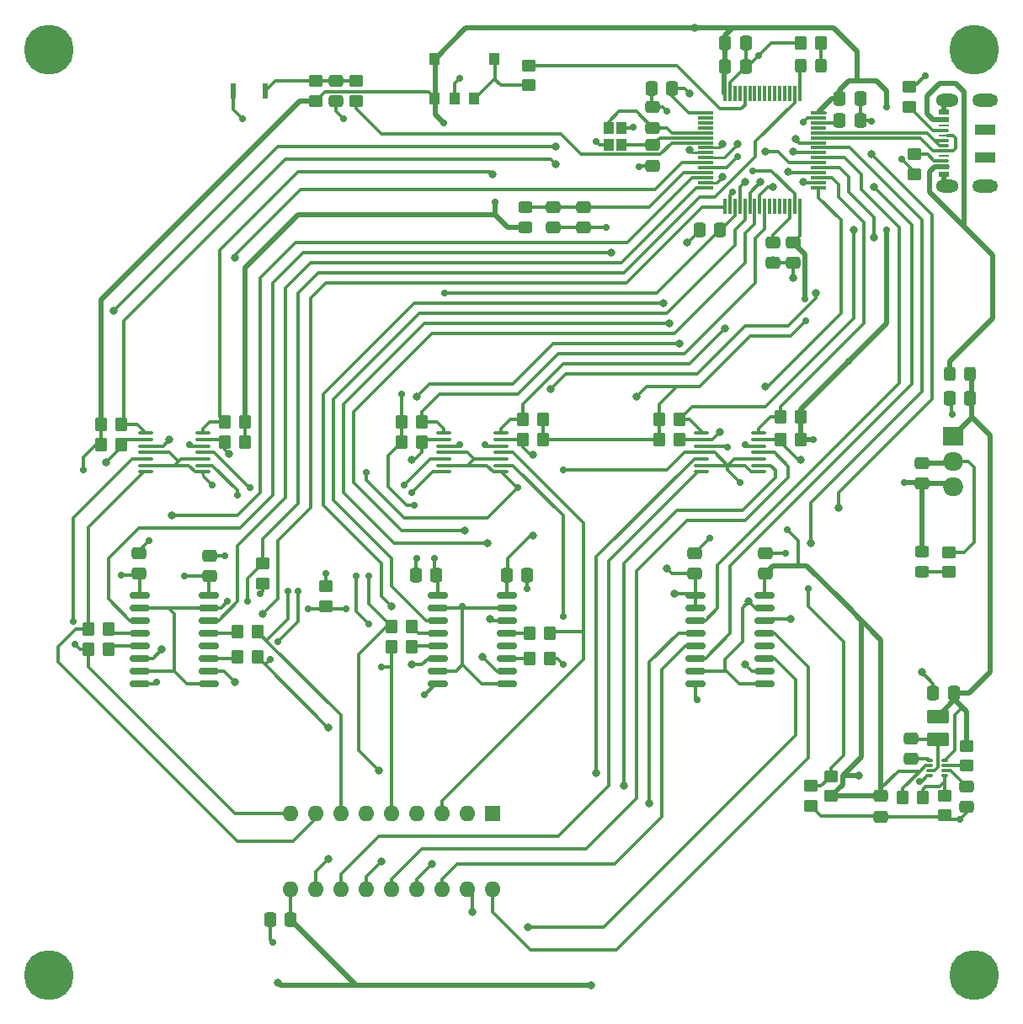
<source format=gbr>
%TF.GenerationSoftware,KiCad,Pcbnew,8.0.2*%
%TF.CreationDate,2024-05-13T15:00:17+02:00*%
%TF.ProjectId,i8008-sbc,69383030-382d-4736-9263-2e6b69636164,rev?*%
%TF.SameCoordinates,Original*%
%TF.FileFunction,Copper,L1,Top*%
%TF.FilePolarity,Positive*%
%FSLAX46Y46*%
G04 Gerber Fmt 4.6, Leading zero omitted, Abs format (unit mm)*
G04 Created by KiCad (PCBNEW 8.0.2) date 2024-05-13 15:00:17*
%MOMM*%
%LPD*%
G01*
G04 APERTURE LIST*
G04 Aperture macros list*
%AMRoundRect*
0 Rectangle with rounded corners*
0 $1 Rounding radius*
0 $2 $3 $4 $5 $6 $7 $8 $9 X,Y pos of 4 corners*
0 Add a 4 corners polygon primitive as box body*
4,1,4,$2,$3,$4,$5,$6,$7,$8,$9,$2,$3,0*
0 Add four circle primitives for the rounded corners*
1,1,$1+$1,$2,$3*
1,1,$1+$1,$4,$5*
1,1,$1+$1,$6,$7*
1,1,$1+$1,$8,$9*
0 Add four rect primitives between the rounded corners*
20,1,$1+$1,$2,$3,$4,$5,0*
20,1,$1+$1,$4,$5,$6,$7,0*
20,1,$1+$1,$6,$7,$8,$9,0*
20,1,$1+$1,$8,$9,$2,$3,0*%
G04 Aperture macros list end*
%TA.AperFunction,SMDPad,CuDef*%
%ADD10RoundRect,0.250000X0.475000X-0.337500X0.475000X0.337500X-0.475000X0.337500X-0.475000X-0.337500X0*%
%TD*%
%TA.AperFunction,SMDPad,CuDef*%
%ADD11RoundRect,0.150000X-0.837500X-0.150000X0.837500X-0.150000X0.837500X0.150000X-0.837500X0.150000X0*%
%TD*%
%TA.AperFunction,SMDPad,CuDef*%
%ADD12RoundRect,0.100000X-0.637500X-0.100000X0.637500X-0.100000X0.637500X0.100000X-0.637500X0.100000X0*%
%TD*%
%TA.AperFunction,SMDPad,CuDef*%
%ADD13RoundRect,0.250000X0.350000X0.450000X-0.350000X0.450000X-0.350000X-0.450000X0.350000X-0.450000X0*%
%TD*%
%TA.AperFunction,SMDPad,CuDef*%
%ADD14RoundRect,0.250000X-0.450000X0.350000X-0.450000X-0.350000X0.450000X-0.350000X0.450000X0.350000X0*%
%TD*%
%TA.AperFunction,SMDPad,CuDef*%
%ADD15RoundRect,0.075000X-0.700000X-0.075000X0.700000X-0.075000X0.700000X0.075000X-0.700000X0.075000X0*%
%TD*%
%TA.AperFunction,SMDPad,CuDef*%
%ADD16RoundRect,0.075000X-0.075000X-0.700000X0.075000X-0.700000X0.075000X0.700000X-0.075000X0.700000X0*%
%TD*%
%TA.AperFunction,SMDPad,CuDef*%
%ADD17RoundRect,0.250000X-0.337500X-0.475000X0.337500X-0.475000X0.337500X0.475000X-0.337500X0.475000X0*%
%TD*%
%TA.AperFunction,SMDPad,CuDef*%
%ADD18RoundRect,0.250000X-0.475000X0.337500X-0.475000X-0.337500X0.475000X-0.337500X0.475000X0.337500X0*%
%TD*%
%TA.AperFunction,SMDPad,CuDef*%
%ADD19RoundRect,0.250000X-0.350000X-0.450000X0.350000X-0.450000X0.350000X0.450000X-0.350000X0.450000X0*%
%TD*%
%TA.AperFunction,ComponentPad*%
%ADD20R,1.600000X1.600000*%
%TD*%
%TA.AperFunction,ComponentPad*%
%ADD21O,1.600000X1.600000*%
%TD*%
%TA.AperFunction,SMDPad,CuDef*%
%ADD22RoundRect,0.250001X-0.849999X0.462499X-0.849999X-0.462499X0.849999X-0.462499X0.849999X0.462499X0*%
%TD*%
%TA.AperFunction,SMDPad,CuDef*%
%ADD23RoundRect,0.250000X-0.325000X-0.450000X0.325000X-0.450000X0.325000X0.450000X-0.325000X0.450000X0*%
%TD*%
%TA.AperFunction,SMDPad,CuDef*%
%ADD24R,1.000000X1.200000*%
%TD*%
%TA.AperFunction,ComponentPad*%
%ADD25C,0.800000*%
%TD*%
%TA.AperFunction,ComponentPad*%
%ADD26C,5.000000*%
%TD*%
%TA.AperFunction,SMDPad,CuDef*%
%ADD27RoundRect,0.250000X0.450000X-0.350000X0.450000X0.350000X-0.450000X0.350000X-0.450000X-0.350000X0*%
%TD*%
%TA.AperFunction,SMDPad,CuDef*%
%ADD28RoundRect,0.050000X-0.285000X-0.100000X0.285000X-0.100000X0.285000X0.100000X-0.285000X0.100000X0*%
%TD*%
%TA.AperFunction,SMDPad,CuDef*%
%ADD29RoundRect,0.250000X0.337500X0.475000X-0.337500X0.475000X-0.337500X-0.475000X0.337500X-0.475000X0*%
%TD*%
%TA.AperFunction,SMDPad,CuDef*%
%ADD30RoundRect,0.250000X0.450000X-0.325000X0.450000X0.325000X-0.450000X0.325000X-0.450000X-0.325000X0*%
%TD*%
%TA.AperFunction,SMDPad,CuDef*%
%ADD31R,2.000000X1.000000*%
%TD*%
%TA.AperFunction,SMDPad,CuDef*%
%ADD32R,1.000000X0.520000*%
%TD*%
%TA.AperFunction,SMDPad,CuDef*%
%ADD33R,1.000000X0.270000*%
%TD*%
%TA.AperFunction,ComponentPad*%
%ADD34O,2.300000X1.300000*%
%TD*%
%TA.AperFunction,ComponentPad*%
%ADD35O,2.600000X1.300000*%
%TD*%
%TA.AperFunction,ComponentPad*%
%ADD36R,2.000000X1.905000*%
%TD*%
%TA.AperFunction,ComponentPad*%
%ADD37O,2.000000X1.905000*%
%TD*%
%TA.AperFunction,SMDPad,CuDef*%
%ADD38RoundRect,0.250000X0.325000X0.450000X-0.325000X0.450000X-0.325000X-0.450000X0.325000X-0.450000X0*%
%TD*%
%TA.AperFunction,SMDPad,CuDef*%
%ADD39R,0.550000X1.500000*%
%TD*%
%TA.AperFunction,ViaPad*%
%ADD40C,0.700000*%
%TD*%
%TA.AperFunction,ViaPad*%
%ADD41C,0.800000*%
%TD*%
%TA.AperFunction,Conductor*%
%ADD42C,0.300000*%
%TD*%
%TA.AperFunction,Conductor*%
%ADD43C,0.500000*%
%TD*%
%TA.AperFunction,Conductor*%
%ADD44C,0.250000*%
%TD*%
G04 APERTURE END LIST*
D10*
%TO.P,C1,1*%
%TO.N,GND*%
X176276000Y-74951500D03*
%TO.P,C1,2*%
%TO.N,Net-(C1-Pad2)*%
X176276000Y-72876500D03*
%TD*%
D11*
%TO.P,U10,1,Vcc*%
%TO.N,+3.3V*%
X112615500Y-108331000D03*
%TO.P,U10,2,Enable_A*%
%TO.N,/STM_OUT_DBUS*%
X112615500Y-109601000D03*
%TO.P,U10,3,A*%
%TO.N,/STM_OUT_D1*%
X112615500Y-110871000D03*
%TO.P,U10,4,E*%
%TO.N,Net-(U10-E)*%
X112615500Y-112141000D03*
%TO.P,U10,5,F*%
%TO.N,Net-(U10-F)*%
X112615500Y-113411000D03*
%TO.P,U10,6,B*%
%TO.N,/STM_OUT_D0*%
X112615500Y-114681000D03*
%TO.P,U10,7,Enable_B*%
%TO.N,/STM_OUT_DBUS*%
X112615500Y-115951000D03*
%TO.P,U10,8,Vss*%
%TO.N,GND*%
X112615500Y-117221000D03*
%TO.P,U10,9,Enable_C*%
%TO.N,/STM_OUT_DBUS*%
X119540500Y-117221000D03*
%TO.P,U10,10,C*%
%TO.N,/STM_OUT_D3*%
X119540500Y-115951000D03*
%TO.P,U10,11,G*%
%TO.N,Net-(U10-G)*%
X119540500Y-114681000D03*
%TO.P,U10,12*%
%TO.N,N/C*%
X119540500Y-113411000D03*
%TO.P,U10,13,H*%
%TO.N,Net-(U10-H)*%
X119540500Y-112141000D03*
%TO.P,U10,14,D*%
%TO.N,/STM_OUT_D2*%
X119540500Y-110871000D03*
%TO.P,U10,15,Enable_D*%
%TO.N,/STM_OUT_DBUS*%
X119540500Y-109601000D03*
%TO.P,U10,16,Vdd*%
%TO.N,+14V*%
X119540500Y-108331000D03*
%TD*%
D12*
%TO.P,U5,1,1OUT*%
%TO.N,/STM_IN_S1*%
X169095500Y-92030000D03*
%TO.P,U5,2,2OUT*%
%TO.N,/STM_IN_S2*%
X169095500Y-92680000D03*
%TO.P,U5,3,Vcc*%
%TO.N,+14V*%
X169095500Y-93330000D03*
%TO.P,U5,4,2IN-*%
%TO.N,+7V*%
X169095500Y-93980000D03*
%TO.P,U5,5,2IN+*%
%TO.N,/8008_S2*%
X169095500Y-94630000D03*
%TO.P,U5,6,1IN-*%
%TO.N,+7V*%
X169095500Y-95280000D03*
%TO.P,U5,7,1IN+*%
%TO.N,/8008_S1*%
X169095500Y-95930000D03*
%TO.P,U5,8,3IN-*%
%TO.N,+7V*%
X174820500Y-95930000D03*
%TO.P,U5,9,3IN+*%
%TO.N,/8008_S0*%
X174820500Y-95280000D03*
%TO.P,U5,10,4IN-*%
%TO.N,+7V*%
X174820500Y-94630000D03*
%TO.P,U5,11,4IN+*%
%TO.N,/8008_SYNC*%
X174820500Y-93980000D03*
%TO.P,U5,12,GND*%
%TO.N,GND*%
X174820500Y-93330000D03*
%TO.P,U5,13,4OUT*%
%TO.N,/STM_IN_SYNC*%
X174820500Y-92680000D03*
%TO.P,U5,14,3OUT*%
%TO.N,/STM_IN_S0*%
X174820500Y-92030000D03*
%TD*%
D13*
%TO.P,R20,1*%
%TO.N,+3.3V*%
X153146000Y-92710000D03*
%TO.P,R20,2*%
%TO.N,/STM_IN_D6*%
X151146000Y-92710000D03*
%TD*%
D14*
%TO.P,R11,1*%
%TO.N,Net-(U4-FB)*%
X193532657Y-128484000D03*
%TO.P,R11,2*%
%TO.N,GND*%
X193532657Y-130484000D03*
%TD*%
D15*
%TO.P,U2,1,VBAT*%
%TO.N,+3.3V*%
X169525000Y-59850000D03*
%TO.P,U2,2,PC13*%
%TO.N,unconnected-(U2-PC13-Pad2)*%
X169525000Y-60350000D03*
%TO.P,U2,3,PC14*%
%TO.N,unconnected-(U2-PC14-Pad3)*%
X169525000Y-60850000D03*
%TO.P,U2,4,PC15*%
%TO.N,unconnected-(U2-PC15-Pad4)*%
X169525000Y-61350000D03*
%TO.P,U2,5,PH0*%
%TO.N,/CLK0*%
X169525000Y-61850000D03*
%TO.P,U2,6,PH1*%
%TO.N,/CLK1*%
X169525000Y-62350000D03*
%TO.P,U2,7,NRST*%
%TO.N,/STM_RESET*%
X169525000Y-62850000D03*
%TO.P,U2,8,PC0*%
%TO.N,/STM_IN_D0*%
X169525000Y-63350000D03*
%TO.P,U2,9,PC1*%
%TO.N,/STM_IN_D1*%
X169525000Y-63850000D03*
%TO.P,U2,10,PC2*%
%TO.N,/STM_IN_D2*%
X169525000Y-64350000D03*
%TO.P,U2,11,PC3*%
%TO.N,/STM_IN_D3*%
X169525000Y-64850000D03*
%TO.P,U2,12,VSSA*%
%TO.N,GND*%
X169525000Y-65350000D03*
%TO.P,U2,13,VDDA*%
%TO.N,+3.3VA*%
X169525000Y-65850000D03*
%TO.P,U2,14,PA0*%
%TO.N,/STM_OUT_D0*%
X169525000Y-66350000D03*
%TO.P,U2,15,PA1*%
%TO.N,/STM_OUT_D1*%
X169525000Y-66850000D03*
%TO.P,U2,16,PA2*%
%TO.N,/STM_OUT_D2*%
X169525000Y-67350000D03*
D16*
%TO.P,U2,17,PA3*%
%TO.N,/STM_OUT_D3*%
X171450000Y-69275000D03*
%TO.P,U2,18,VSS*%
%TO.N,GND*%
X171950000Y-69275000D03*
%TO.P,U2,19,VDD*%
%TO.N,+3.3V*%
X172450000Y-69275000D03*
%TO.P,U2,20,PA4*%
%TO.N,/STM_OUT_D4*%
X172950000Y-69275000D03*
%TO.P,U2,21,PA5*%
%TO.N,/STM_OUT_D5*%
X173450000Y-69275000D03*
%TO.P,U2,22,PA6*%
%TO.N,/STM_OUT_D6*%
X173950000Y-69275000D03*
%TO.P,U2,23,PA7*%
%TO.N,/STM_OUT_D7*%
X174450000Y-69275000D03*
%TO.P,U2,24,PC4*%
%TO.N,/STM_IN_D4*%
X174950000Y-69275000D03*
%TO.P,U2,25,PC5*%
%TO.N,/STM_IN_D5*%
X175450000Y-69275000D03*
%TO.P,U2,26,PB0*%
%TO.N,unconnected-(U2-PB0-Pad26)*%
X175950000Y-69275000D03*
%TO.P,U2,27,PB1*%
%TO.N,unconnected-(U2-PB1-Pad27)*%
X176450000Y-69275000D03*
%TO.P,U2,28,PB2*%
%TO.N,unconnected-(U2-PB2-Pad28)*%
X176950000Y-69275000D03*
%TO.P,U2,29,PB10*%
%TO.N,unconnected-(U2-PB10-Pad29)*%
X177450000Y-69275000D03*
%TO.P,U2,30,VCAP*%
%TO.N,Net-(C1-Pad2)*%
X177950000Y-69275000D03*
%TO.P,U2,31,VSS*%
%TO.N,GND*%
X178450000Y-69275000D03*
%TO.P,U2,32,VDD*%
%TO.N,+3.3V*%
X178950000Y-69275000D03*
D15*
%TO.P,U2,33,PB12*%
%TO.N,/STM_IN_S2*%
X180875000Y-67350000D03*
%TO.P,U2,34,PB13*%
%TO.N,/STM_IN_S1*%
X180875000Y-66850000D03*
%TO.P,U2,35,PB14*%
%TO.N,/STM_IN_S0*%
X180875000Y-66350000D03*
%TO.P,U2,36,PB15*%
%TO.N,/STM_IN_SYNC*%
X180875000Y-65850000D03*
%TO.P,U2,37,PC6*%
%TO.N,/STM_IN_D6*%
X180875000Y-65350000D03*
%TO.P,U2,38,PC7*%
%TO.N,/STM_IN_D7*%
X180875000Y-64850000D03*
%TO.P,U2,39,PC9*%
%TO.N,/STM_OUT_PH2*%
X180875000Y-64350000D03*
%TO.P,U2,40,PA8*%
%TO.N,/STM_OUT_PH1*%
X180875000Y-63850000D03*
%TO.P,U2,41,PA9*%
%TO.N,/STM_OUT_RDY*%
X180875000Y-63350000D03*
%TO.P,U2,42,PA10*%
%TO.N,/STM_OUT_INT*%
X180875000Y-62850000D03*
%TO.P,U2,43,PA11*%
%TO.N,/USB_D-*%
X180875000Y-62350000D03*
%TO.P,U2,44,PA12*%
%TO.N,/USB_D+*%
X180875000Y-61850000D03*
%TO.P,U2,45,PA13*%
%TO.N,unconnected-(U2-PA13-Pad45)*%
X180875000Y-61350000D03*
%TO.P,U2,46,VCAP*%
%TO.N,Net-(C2-Pad2)*%
X180875000Y-60850000D03*
%TO.P,U2,47,VSS*%
%TO.N,GND*%
X180875000Y-60350000D03*
%TO.P,U2,48,VDD*%
%TO.N,+3.3V*%
X180875000Y-59850000D03*
D16*
%TO.P,U2,49,PA14*%
%TO.N,/LED_OUT*%
X178950000Y-57925000D03*
%TO.P,U2,50,PA15*%
%TO.N,/STM_OUT_DBUS*%
X178450000Y-57925000D03*
%TO.P,U2,51,PC10*%
%TO.N,unconnected-(U2-PC10-Pad51)*%
X177950000Y-57925000D03*
%TO.P,U2,52,PC11*%
%TO.N,unconnected-(U2-PC11-Pad52)*%
X177450000Y-57925000D03*
%TO.P,U2,53,PC12*%
%TO.N,unconnected-(U2-PC12-Pad53)*%
X176950000Y-57925000D03*
%TO.P,U2,54,PD2*%
%TO.N,unconnected-(U2-PD2-Pad54)*%
X176450000Y-57925000D03*
%TO.P,U2,55,PB3*%
%TO.N,unconnected-(U2-PB3-Pad55)*%
X175950000Y-57925000D03*
%TO.P,U2,56,PB4*%
%TO.N,unconnected-(U2-PB4-Pad56)*%
X175450000Y-57925000D03*
%TO.P,U2,57,PB5*%
%TO.N,unconnected-(U2-PB5-Pad57)*%
X174950000Y-57925000D03*
%TO.P,U2,58,PB6*%
%TO.N,unconnected-(U2-PB6-Pad58)*%
X174450000Y-57925000D03*
%TO.P,U2,59,PB7*%
%TO.N,unconnected-(U2-PB7-Pad59)*%
X173950000Y-57925000D03*
%TO.P,U2,60,BOOT0*%
%TO.N,/BOOT*%
X173450000Y-57925000D03*
%TO.P,U2,61,PB8*%
%TO.N,unconnected-(U2-PB8-Pad61)*%
X172950000Y-57925000D03*
%TO.P,U2,62,PB9*%
%TO.N,unconnected-(U2-PB9-Pad62)*%
X172450000Y-57925000D03*
%TO.P,U2,63,VSS*%
%TO.N,GND*%
X171950000Y-57925000D03*
%TO.P,U2,64,VDD*%
%TO.N,+3.3V*%
X171450000Y-57925000D03*
%TD*%
D17*
%TO.P,C21,1*%
%TO.N,+14V*%
X149491000Y-106299000D03*
%TO.P,C21,2*%
%TO.N,GND*%
X151566000Y-106299000D03*
%TD*%
D18*
%TO.P,C19,1*%
%TO.N,+3.3VA*%
X154178000Y-69320500D03*
%TO.P,C19,2*%
%TO.N,GND*%
X154178000Y-71395500D03*
%TD*%
%TO.P,C26,1*%
%TO.N,GND*%
X112522000Y-104118500D03*
%TO.P,C26,2*%
%TO.N,+3.3V*%
X112522000Y-106193500D03*
%TD*%
D19*
%TO.P,R21,1*%
%TO.N,+3.3V*%
X108728000Y-91186000D03*
%TO.P,R21,2*%
%TO.N,/STM_IN_D1*%
X110728000Y-91186000D03*
%TD*%
D18*
%TO.P,C11,1*%
%TO.N,/CLK1*%
X164200000Y-63062500D03*
%TO.P,C11,2*%
%TO.N,GND*%
X164200000Y-65137500D03*
%TD*%
D10*
%TO.P,C10,1*%
%TO.N,/CLK0*%
X164200000Y-61337500D03*
%TO.P,C10,2*%
%TO.N,GND*%
X164200000Y-59262500D03*
%TD*%
D20*
%TO.P,U1,1,Vdd*%
%TO.N,GND*%
X148072000Y-130312000D03*
D21*
%TO.P,U1,2,D7*%
%TO.N,/8008_D7*%
X145532000Y-130312000D03*
%TO.P,U1,3,D6*%
%TO.N,/8008_D6*%
X142992000Y-130312000D03*
%TO.P,U1,4,D5*%
%TO.N,/8008_D5*%
X140452000Y-130312000D03*
%TO.P,U1,5,D4*%
%TO.N,/8008_D4*%
X137912000Y-130312000D03*
%TO.P,U1,6,D3*%
%TO.N,/8008_D3*%
X135372000Y-130312000D03*
%TO.P,U1,7,D2*%
%TO.N,/8008_D2*%
X132832000Y-130312000D03*
%TO.P,U1,8,D1*%
%TO.N,/8008_D1*%
X130292000Y-130312000D03*
%TO.P,U1,9,D0*%
%TO.N,/8008_D0*%
X127752000Y-130312000D03*
%TO.P,U1,10,Vcc*%
%TO.N,+14V*%
X127752000Y-137932000D03*
%TO.P,U1,11,S2*%
%TO.N,/8008_S2*%
X130292000Y-137932000D03*
%TO.P,U1,12,S1*%
%TO.N,/8008_S1*%
X132832000Y-137932000D03*
%TO.P,U1,13,S0*%
%TO.N,/8008_S0*%
X135372000Y-137932000D03*
%TO.P,U1,14,SYNC*%
%TO.N,/8008_SYNC*%
X137912000Y-137932000D03*
%TO.P,U1,15,phi2*%
%TO.N,/8008_PHI2*%
X140452000Y-137932000D03*
%TO.P,U1,16,phi1*%
%TO.N,/8008_PHI1*%
X142992000Y-137932000D03*
%TO.P,U1,17,RDY*%
%TO.N,/8008_RDY*%
X145532000Y-137932000D03*
%TO.P,U1,18,INT*%
%TO.N,/8008_INT*%
X148072000Y-137932000D03*
%TD*%
D22*
%TO.P,L1,1*%
%TO.N,+5V*%
X192832657Y-120521500D03*
%TO.P,L1,2*%
%TO.N,Net-(U4-SW)*%
X192832657Y-122846500D03*
%TD*%
D14*
%TO.P,R2,1*%
%TO.N,+7V*%
X180086000Y-127524000D03*
%TO.P,R2,2*%
%TO.N,GND*%
X180086000Y-129524000D03*
%TD*%
D11*
%TO.P,U9,1,Vcc*%
%TO.N,+3.3V*%
X168495500Y-108331000D03*
%TO.P,U9,2,Enable_A*%
X168495500Y-109601000D03*
%TO.P,U9,3,A*%
%TO.N,/STM_OUT_PH2*%
X168495500Y-110871000D03*
%TO.P,U9,4,E*%
%TO.N,/8008_PHI2*%
X168495500Y-112141000D03*
%TO.P,U9,5,F*%
%TO.N,/8008_PHI1*%
X168495500Y-113411000D03*
%TO.P,U9,6,B*%
%TO.N,/STM_OUT_PH1*%
X168495500Y-114681000D03*
%TO.P,U9,7,Enable_B*%
%TO.N,+3.3V*%
X168495500Y-115951000D03*
%TO.P,U9,8,Vss*%
%TO.N,GND*%
X168495500Y-117221000D03*
%TO.P,U9,9,Enable_C*%
%TO.N,+3.3V*%
X175420500Y-117221000D03*
%TO.P,U9,10,C*%
%TO.N,/STM_OUT_RDY*%
X175420500Y-115951000D03*
%TO.P,U9,11,G*%
%TO.N,/8008_RDY*%
X175420500Y-114681000D03*
%TO.P,U9,12*%
%TO.N,N/C*%
X175420500Y-113411000D03*
%TO.P,U9,13,H*%
%TO.N,/8008_INT*%
X175420500Y-112141000D03*
%TO.P,U9,14,D*%
%TO.N,/STM_OUT_INT*%
X175420500Y-110871000D03*
%TO.P,U9,15,Enable_D*%
%TO.N,+3.3V*%
X175420500Y-109601000D03*
%TO.P,U9,16,Vdd*%
%TO.N,+14V*%
X175420500Y-108331000D03*
%TD*%
D19*
%TO.P,R16,1*%
%TO.N,+3.3V*%
X164862000Y-92710000D03*
%TO.P,R16,2*%
%TO.N,/STM_IN_S2*%
X166862000Y-92710000D03*
%TD*%
D17*
%TO.P,C6,1*%
%TO.N,GND*%
X125708500Y-140970000D03*
%TO.P,C6,2*%
%TO.N,+14V*%
X127783500Y-140970000D03*
%TD*%
D23*
%TO.P,FB1,1*%
%TO.N,Net-(FB1-Pad1)*%
X194047000Y-86106000D03*
%TO.P,FB1,2*%
%TO.N,+5V*%
X196097000Y-86106000D03*
%TD*%
D18*
%TO.P,C15,1*%
%TO.N,Net-(C15-Pad1)*%
X132334000Y-56620500D03*
%TO.P,C15,2*%
%TO.N,GND*%
X132334000Y-58695500D03*
%TD*%
D19*
%TO.P,R13,1*%
%TO.N,+3.3V*%
X138954000Y-90932000D03*
%TO.P,R13,2*%
%TO.N,/STM_IN_D5*%
X140954000Y-90932000D03*
%TD*%
D24*
%TO.P,Y1,1,1*%
%TO.N,/CLK0*%
X159750000Y-61350000D03*
%TO.P,Y1,2,2*%
%TO.N,GND*%
X159750000Y-63050000D03*
%TO.P,Y1,3,3*%
%TO.N,/CLK1*%
X161050000Y-63050000D03*
%TO.P,Y1,4,4*%
%TO.N,GND*%
X161050000Y-61350000D03*
%TD*%
D25*
%TO.P,H3,1,1*%
%TO.N,GND*%
X101625000Y-146500000D03*
X102174175Y-145174175D03*
X102174175Y-147825825D03*
X103500000Y-144625000D03*
D26*
X103500000Y-146500000D03*
D25*
X103500000Y-148375000D03*
X104825825Y-145174175D03*
X104825825Y-147825825D03*
X105375000Y-146500000D03*
%TD*%
D14*
%TO.P,R7,1*%
%TO.N,+5V*%
X195732657Y-123484000D03*
%TO.P,R7,2*%
%TO.N,Net-(U4-EN)*%
X195732657Y-125484000D03*
%TD*%
D11*
%TO.P,U8,1,Vcc*%
%TO.N,+3.3V*%
X142587500Y-108331000D03*
%TO.P,U8,2,Enable_A*%
%TO.N,/STM_OUT_DBUS*%
X142587500Y-109601000D03*
%TO.P,U8,3,A*%
%TO.N,/STM_OUT_D5*%
X142587500Y-110871000D03*
%TO.P,U8,4,E*%
%TO.N,Net-(U8-E)*%
X142587500Y-112141000D03*
%TO.P,U8,5,F*%
%TO.N,Net-(U8-F)*%
X142587500Y-113411000D03*
%TO.P,U8,6,B*%
%TO.N,/STM_OUT_D4*%
X142587500Y-114681000D03*
%TO.P,U8,7,Enable_B*%
%TO.N,/STM_OUT_DBUS*%
X142587500Y-115951000D03*
%TO.P,U8,8,Vss*%
%TO.N,GND*%
X142587500Y-117221000D03*
%TO.P,U8,9,Enable_C*%
%TO.N,/STM_OUT_DBUS*%
X149512500Y-117221000D03*
%TO.P,U8,10,C*%
%TO.N,/STM_OUT_D7*%
X149512500Y-115951000D03*
%TO.P,U8,11,G*%
%TO.N,Net-(U8-G)*%
X149512500Y-114681000D03*
%TO.P,U8,12*%
%TO.N,N/C*%
X149512500Y-113411000D03*
%TO.P,U8,13,H*%
%TO.N,Net-(U8-H)*%
X149512500Y-112141000D03*
%TO.P,U8,14,D*%
%TO.N,/STM_OUT_D6*%
X149512500Y-110871000D03*
%TO.P,U8,15,Enable_D*%
%TO.N,/STM_OUT_DBUS*%
X149512500Y-109601000D03*
%TO.P,U8,16,Vdd*%
%TO.N,+14V*%
X149512500Y-108331000D03*
%TD*%
D24*
%TO.P,SW1,1,A*%
%TO.N,GND*%
X144250000Y-58388000D03*
%TO.P,SW1,2,B*%
%TO.N,Net-(SW1-B)*%
X146250000Y-58388000D03*
X148250000Y-54388000D03*
%TO.P,SW1,3,C*%
%TO.N,+3.3V*%
X142250000Y-54388000D03*
X142250000Y-58388000D03*
%TD*%
D13*
%TO.P,R32,1*%
%TO.N,/8008_D6*%
X153814500Y-112141000D03*
%TO.P,R32,2*%
%TO.N,Net-(U8-H)*%
X151814500Y-112141000D03*
%TD*%
D27*
%TO.P,R1,1*%
%TO.N,+14V*%
X182118000Y-128524000D03*
%TO.P,R1,2*%
%TO.N,+7V*%
X182118000Y-126524000D03*
%TD*%
D10*
%TO.P,C22,1*%
%TO.N,+14V*%
X175514000Y-106193500D03*
%TO.P,C22,2*%
%TO.N,GND*%
X175514000Y-104118500D03*
%TD*%
D19*
%TO.P,R15,1*%
%TO.N,+3.3V*%
X164862000Y-90678000D03*
%TO.P,R15,2*%
%TO.N,/STM_IN_S1*%
X166862000Y-90678000D03*
%TD*%
%TO.P,R22,1*%
%TO.N,+3.3V*%
X108728000Y-93218000D03*
%TO.P,R22,2*%
%TO.N,/STM_IN_D0*%
X110728000Y-93218000D03*
%TD*%
%TO.P,R14,1*%
%TO.N,+3.3V*%
X138954000Y-92964000D03*
%TO.P,R14,2*%
%TO.N,/STM_IN_D4*%
X140954000Y-92964000D03*
%TD*%
D13*
%TO.P,R31,1*%
%TO.N,/8008_D7*%
X153814500Y-114681000D03*
%TO.P,R31,2*%
%TO.N,Net-(U8-G)*%
X151814500Y-114681000D03*
%TD*%
D28*
%TO.P,U4,1,BST*%
%TO.N,Net-(U4-BST)*%
X192052657Y-124984000D03*
%TO.P,U4,2,Vout*%
%TO.N,+14V*%
X192052657Y-125484000D03*
%TO.P,U4,3,SW*%
%TO.N,Net-(U4-SW)*%
X192052657Y-125984000D03*
%TO.P,U4,4,GND*%
%TO.N,GND*%
X192052657Y-126484000D03*
%TO.P,U4,5,FB*%
%TO.N,Net-(U4-FB)*%
X193532657Y-126484000D03*
%TO.P,U4,6,Vcc*%
%TO.N,Net-(U4-Vcc)*%
X193532657Y-125984000D03*
%TO.P,U4,7,EN*%
%TO.N,Net-(U4-EN)*%
X193532657Y-125484000D03*
%TO.P,U4,8,Vin*%
%TO.N,+5V*%
X193532657Y-124984000D03*
%TD*%
D13*
%TO.P,R19,1*%
%TO.N,+3.3V*%
X153146000Y-90678000D03*
%TO.P,R19,2*%
%TO.N,/STM_IN_D7*%
X151146000Y-90678000D03*
%TD*%
D17*
%TO.P,C9,1*%
%TO.N,GND*%
X168888500Y-71628000D03*
%TO.P,C9,2*%
%TO.N,+3.3V*%
X170963500Y-71628000D03*
%TD*%
%TO.P,C24,1*%
%TO.N,GND*%
X140347000Y-106299000D03*
%TO.P,C24,2*%
%TO.N,+3.3V*%
X142422000Y-106299000D03*
%TD*%
D13*
%TO.P,R24,1*%
%TO.N,+3.3V*%
X123174000Y-92964000D03*
%TO.P,R24,2*%
%TO.N,/STM_IN_D3*%
X121174000Y-92964000D03*
%TD*%
D10*
%TO.P,C13,1*%
%TO.N,Net-(U4-BST)*%
X190132657Y-124821500D03*
%TO.P,C13,2*%
%TO.N,Net-(U4-SW)*%
X190132657Y-122746500D03*
%TD*%
D13*
%TO.P,R9,1*%
%TO.N,Net-(D1-K)*%
X181086000Y-52832000D03*
%TO.P,R9,2*%
%TO.N,GND*%
X179086000Y-52832000D03*
%TD*%
D18*
%TO.P,C16,1*%
%TO.N,Net-(U4-Vcc)*%
X195732657Y-127546500D03*
%TO.P,C16,2*%
%TO.N,GND*%
X195732657Y-129621500D03*
%TD*%
D13*
%TO.P,R34,1*%
%TO.N,/8008_D2*%
X124444000Y-112014000D03*
%TO.P,R34,2*%
%TO.N,Net-(U10-H)*%
X122444000Y-112014000D03*
%TD*%
D18*
%TO.P,C25,1*%
%TO.N,GND*%
X168402000Y-104118500D03*
%TO.P,C25,2*%
%TO.N,+3.3V*%
X168402000Y-106193500D03*
%TD*%
D10*
%TO.P,C18,1*%
%TO.N,GND*%
X187132657Y-130621500D03*
%TO.P,C18,2*%
%TO.N,+14V*%
X187132657Y-128546500D03*
%TD*%
D19*
%TO.P,R28,1*%
%TO.N,/8008_D4*%
X137938000Y-113538000D03*
%TO.P,R28,2*%
%TO.N,Net-(U8-F)*%
X139938000Y-113538000D03*
%TD*%
D17*
%TO.P,C4,1*%
%TO.N,GND*%
X164062500Y-57400000D03*
%TO.P,C4,2*%
%TO.N,+3.3V*%
X166137500Y-57400000D03*
%TD*%
D29*
%TO.P,C3,1*%
%TO.N,GND*%
X173537500Y-52800000D03*
%TO.P,C3,2*%
%TO.N,+3.3V*%
X171462500Y-52800000D03*
%TD*%
D19*
%TO.P,R30,1*%
%TO.N,/8008_D0*%
X107458000Y-113792000D03*
%TO.P,R30,2*%
%TO.N,Net-(U10-F)*%
X109458000Y-113792000D03*
%TD*%
D14*
%TO.P,R6,1*%
%TO.N,GND*%
X190000000Y-57250000D03*
%TO.P,R6,2*%
%TO.N,Net-(J2-CC2)*%
X190000000Y-59250000D03*
%TD*%
D27*
%TO.P,R12,1*%
%TO.N,Net-(D2-K)*%
X194000000Y-106000000D03*
%TO.P,R12,2*%
%TO.N,GND*%
X194000000Y-104000000D03*
%TD*%
D13*
%TO.P,R10,1*%
%TO.N,Net-(U4-FB)*%
X191332657Y-128684000D03*
%TO.P,R10,2*%
%TO.N,+14V*%
X189332657Y-128684000D03*
%TD*%
D27*
%TO.P,R3,1*%
%TO.N,Net-(SW1-B)*%
X151750000Y-57088000D03*
%TO.P,R3,2*%
%TO.N,/BOOT*%
X151750000Y-55088000D03*
%TD*%
D29*
%TO.P,C7,1*%
%TO.N,GND*%
X185037500Y-58400000D03*
%TO.P,C7,2*%
%TO.N,+3.3V*%
X182962500Y-58400000D03*
%TD*%
D30*
%TO.P,D2,1,K*%
%TO.N,Net-(D2-K)*%
X191271250Y-106025000D03*
%TO.P,D2,2,A*%
%TO.N,+3.3V*%
X191271250Y-103975000D03*
%TD*%
D31*
%TO.P,J2,*%
%TO.N,*%
X197650000Y-64300000D03*
X197650000Y-61500000D03*
D32*
%TO.P,J2,A1,GND*%
%TO.N,GND*%
X193450000Y-66000000D03*
%TO.P,J2,A4,VBUS*%
%TO.N,Net-(FB1-Pad1)*%
X193450000Y-65250000D03*
D33*
%TO.P,J2,A5,CC1*%
%TO.N,Net-(J2-CC1)*%
X193450000Y-64650000D03*
%TO.P,J2,A6,D+*%
%TO.N,/USB_D+*%
X193450000Y-63150000D03*
%TO.P,J2,A7,D-*%
%TO.N,/USB_D-*%
X193450000Y-62150000D03*
%TO.P,J2,A8,SBU1*%
%TO.N,unconnected-(J2-SBU1-PadA8)*%
X193450000Y-61150000D03*
D32*
%TO.P,J2,A9,VBUS*%
%TO.N,Net-(FB1-Pad1)*%
X193450000Y-60550000D03*
%TO.P,J2,A12,GND*%
%TO.N,GND*%
X193450000Y-59800000D03*
%TO.P,J2,B1,GND*%
X193450000Y-59800000D03*
%TO.P,J2,B4,VBUS*%
%TO.N,Net-(FB1-Pad1)*%
X193450000Y-60550000D03*
D33*
%TO.P,J2,B5,CC2*%
%TO.N,Net-(J2-CC2)*%
X193450000Y-61650000D03*
%TO.P,J2,B6,D+*%
%TO.N,/USB_D+*%
X193450000Y-62650000D03*
%TO.P,J2,B7,D-*%
%TO.N,/USB_D-*%
X193450000Y-63650000D03*
%TO.P,J2,B8,SBU2*%
%TO.N,unconnected-(J2-SBU2-PadB8)*%
X193450000Y-64150000D03*
D32*
%TO.P,J2,B9,VBUS*%
%TO.N,Net-(FB1-Pad1)*%
X193450000Y-65250000D03*
%TO.P,J2,B12,GND*%
%TO.N,GND*%
X193450000Y-66000000D03*
D34*
%TO.P,J2,S1,SHIELD*%
X193825000Y-67220000D03*
D35*
X197650000Y-67220000D03*
D34*
X193825000Y-58580000D03*
D35*
X197650000Y-58580000D03*
%TD*%
D19*
%TO.P,R27,1*%
%TO.N,/8008_D5*%
X137954000Y-111506000D03*
%TO.P,R27,2*%
%TO.N,Net-(U8-E)*%
X139954000Y-111506000D03*
%TD*%
D29*
%TO.P,C2,1*%
%TO.N,GND*%
X185037500Y-60600000D03*
%TO.P,C2,2*%
%TO.N,Net-(C2-Pad2)*%
X182962500Y-60600000D03*
%TD*%
D25*
%TO.P,H2,1,1*%
%TO.N,GND*%
X194625000Y-53500000D03*
X195174175Y-52174175D03*
X195174175Y-54825825D03*
X196500000Y-51625000D03*
D26*
X196500000Y-53500000D03*
D25*
X196500000Y-55375000D03*
X197825825Y-52174175D03*
X197825825Y-54825825D03*
X198375000Y-53500000D03*
%TD*%
D27*
%TO.P,R8,1*%
%TO.N,+3.3V*%
X130302000Y-58658000D03*
%TO.P,R8,2*%
%TO.N,Net-(C15-Pad1)*%
X130302000Y-56658000D03*
%TD*%
D13*
%TO.P,R33,1*%
%TO.N,/8008_D3*%
X124428000Y-114554000D03*
%TO.P,R33,2*%
%TO.N,Net-(U10-G)*%
X122428000Y-114554000D03*
%TD*%
D10*
%TO.P,C23,1*%
%TO.N,+14V*%
X119634000Y-106447500D03*
%TO.P,C23,2*%
%TO.N,GND*%
X119634000Y-104372500D03*
%TD*%
D29*
%TO.P,C5,1*%
%TO.N,GND*%
X173537500Y-55200000D03*
%TO.P,C5,2*%
%TO.N,+3.3V*%
X171462500Y-55200000D03*
%TD*%
D12*
%TO.P,U6,1,1OUT*%
%TO.N,/STM_IN_D5*%
X143187500Y-92030000D03*
%TO.P,U6,2,2OUT*%
%TO.N,/STM_IN_D4*%
X143187500Y-92680000D03*
%TO.P,U6,3,Vcc*%
%TO.N,+14V*%
X143187500Y-93330000D03*
%TO.P,U6,4,2IN-*%
%TO.N,+7V*%
X143187500Y-93980000D03*
%TO.P,U6,5,2IN+*%
%TO.N,/8008_D4*%
X143187500Y-94630000D03*
%TO.P,U6,6,1IN-*%
%TO.N,+7V*%
X143187500Y-95280000D03*
%TO.P,U6,7,1IN+*%
%TO.N,/8008_D5*%
X143187500Y-95930000D03*
%TO.P,U6,8,3IN-*%
%TO.N,+7V*%
X148912500Y-95930000D03*
%TO.P,U6,9,3IN+*%
%TO.N,/8008_D7*%
X148912500Y-95280000D03*
%TO.P,U6,10,4IN-*%
%TO.N,+7V*%
X148912500Y-94630000D03*
%TO.P,U6,11,4IN+*%
%TO.N,/8008_D6*%
X148912500Y-93980000D03*
%TO.P,U6,12,GND*%
%TO.N,GND*%
X148912500Y-93330000D03*
%TO.P,U6,13,4OUT*%
%TO.N,/STM_IN_D6*%
X148912500Y-92680000D03*
%TO.P,U6,14,3OUT*%
%TO.N,/STM_IN_D7*%
X148912500Y-92030000D03*
%TD*%
D29*
%TO.P,C12,1*%
%TO.N,+5V*%
X194470157Y-118184000D03*
%TO.P,C12,2*%
%TO.N,GND*%
X192395157Y-118184000D03*
%TD*%
D13*
%TO.P,R23,1*%
%TO.N,+3.3V*%
X123174000Y-90932000D03*
%TO.P,R23,2*%
%TO.N,/STM_IN_D2*%
X121174000Y-90932000D03*
%TD*%
D27*
%TO.P,R26,1*%
%TO.N,GND*%
X124968000Y-107172000D03*
%TO.P,R26,2*%
%TO.N,/STM_OUT_DBUS*%
X124968000Y-105172000D03*
%TD*%
D13*
%TO.P,R18,1*%
%TO.N,+3.3V*%
X179054000Y-92710000D03*
%TO.P,R18,2*%
%TO.N,/STM_IN_SYNC*%
X177054000Y-92710000D03*
%TD*%
D18*
%TO.P,C20,1*%
%TO.N,+3.3VA*%
X157226000Y-69320500D03*
%TO.P,C20,2*%
%TO.N,GND*%
X157226000Y-71395500D03*
%TD*%
D36*
%TO.P,U3,1,VI*%
%TO.N,+5V*%
X194371250Y-92394750D03*
D37*
%TO.P,U3,2,GND*%
%TO.N,GND*%
X194371250Y-94934750D03*
%TO.P,U3,3,VO*%
%TO.N,+3.3V*%
X194371250Y-97474750D03*
%TD*%
D29*
%TO.P,C14,1*%
%TO.N,+5V*%
X196109500Y-88506000D03*
%TO.P,C14,2*%
%TO.N,GND*%
X194034500Y-88506000D03*
%TD*%
D10*
%TO.P,C8,1*%
%TO.N,GND*%
X178308000Y-74951500D03*
%TO.P,C8,2*%
%TO.N,+3.3V*%
X178308000Y-72876500D03*
%TD*%
D25*
%TO.P,H1,1,1*%
%TO.N,GND*%
X101625000Y-53500000D03*
X102174175Y-52174175D03*
X102174175Y-54825825D03*
X103500000Y-51625000D03*
D26*
X103500000Y-53500000D03*
D25*
X103500000Y-55375000D03*
X104825825Y-52174175D03*
X104825825Y-54825825D03*
X105375000Y-53500000D03*
%TD*%
D19*
%TO.P,R29,1*%
%TO.N,/8008_D1*%
X107458000Y-111760000D03*
%TO.P,R29,2*%
%TO.N,Net-(U10-E)*%
X109458000Y-111760000D03*
%TD*%
D27*
%TO.P,R4,1*%
%TO.N,GND*%
X190500000Y-66024000D03*
%TO.P,R4,2*%
%TO.N,Net-(J2-CC1)*%
X190500000Y-64024000D03*
%TD*%
D12*
%TO.P,U7,1,1OUT*%
%TO.N,/STM_IN_D1*%
X113215500Y-92030000D03*
%TO.P,U7,2,2OUT*%
%TO.N,/STM_IN_D0*%
X113215500Y-92680000D03*
%TO.P,U7,3,Vcc*%
%TO.N,+14V*%
X113215500Y-93330000D03*
%TO.P,U7,4,2IN-*%
%TO.N,+7V*%
X113215500Y-93980000D03*
%TO.P,U7,5,2IN+*%
%TO.N,/8008_D0*%
X113215500Y-94630000D03*
%TO.P,U7,6,1IN-*%
%TO.N,+7V*%
X113215500Y-95280000D03*
%TO.P,U7,7,1IN+*%
%TO.N,/8008_D1*%
X113215500Y-95930000D03*
%TO.P,U7,8,3IN-*%
%TO.N,+7V*%
X118940500Y-95930000D03*
%TO.P,U7,9,3IN+*%
%TO.N,/8008_D2*%
X118940500Y-95280000D03*
%TO.P,U7,10,4IN-*%
%TO.N,+7V*%
X118940500Y-94630000D03*
%TO.P,U7,11,4IN+*%
%TO.N,/8008_D3*%
X118940500Y-93980000D03*
%TO.P,U7,12,GND*%
%TO.N,GND*%
X118940500Y-93330000D03*
%TO.P,U7,13,4OUT*%
%TO.N,/STM_IN_D3*%
X118940500Y-92680000D03*
%TO.P,U7,14,3OUT*%
%TO.N,/STM_IN_D2*%
X118940500Y-92030000D03*
%TD*%
D14*
%TO.P,R25,1*%
%TO.N,GND*%
X131318000Y-107458000D03*
%TO.P,R25,2*%
%TO.N,/STM_OUT_DBUS*%
X131318000Y-109458000D03*
%TD*%
%TO.P,R5,1*%
%TO.N,Net-(C15-Pad1)*%
X134366000Y-56658000D03*
%TO.P,R5,2*%
%TO.N,/STM_RESET*%
X134366000Y-58658000D03*
%TD*%
D38*
%TO.P,D1,1,K*%
%TO.N,Net-(D1-K)*%
X181111000Y-55118000D03*
%TO.P,D1,2,A*%
%TO.N,/LED_OUT*%
X179061000Y-55118000D03*
%TD*%
D25*
%TO.P,H4,1,1*%
%TO.N,GND*%
X194625000Y-146500000D03*
X195174175Y-145174175D03*
X195174175Y-147825825D03*
X196500000Y-144625000D03*
D26*
X196500000Y-146500000D03*
D25*
X196500000Y-148375000D03*
X197825825Y-145174175D03*
X197825825Y-147825825D03*
X198375000Y-146500000D03*
%TD*%
D30*
%TO.P,L2,1*%
%TO.N,+3.3V*%
X151384000Y-71383000D03*
%TO.P,L2,2*%
%TO.N,+3.3VA*%
X151384000Y-69333000D03*
%TD*%
D39*
%TO.P,SW2,1,1*%
%TO.N,Net-(C15-Pad1)*%
X125222000Y-57658000D03*
%TO.P,SW2,2,2*%
%TO.N,GND*%
X121972000Y-57658000D03*
%TD*%
D18*
%TO.P,C17,1*%
%TO.N,GND*%
X191271250Y-95057250D03*
%TO.P,C17,2*%
%TO.N,+3.3V*%
X191271250Y-97132250D03*
%TD*%
D13*
%TO.P,R17,1*%
%TO.N,+3.3V*%
X179054000Y-90424000D03*
%TO.P,R17,2*%
%TO.N,/STM_IN_S0*%
X177054000Y-90424000D03*
%TD*%
D40*
%TO.N,GND*%
X113538000Y-102870000D03*
X124714000Y-108204000D03*
X147320000Y-93218000D03*
X141224000Y-118364000D03*
X174244000Y-65645622D03*
X114300000Y-117094000D03*
X173482000Y-93218000D03*
X144780000Y-56388000D03*
D41*
X167640000Y-72898000D03*
D40*
X186200000Y-60706000D03*
X169926000Y-102616000D03*
X172212000Y-67818000D03*
X131318000Y-106172000D03*
X122936000Y-60452000D03*
X133096000Y-60452000D03*
X162200000Y-61300000D03*
X195032657Y-130884000D03*
X172720000Y-64262000D03*
X151566000Y-107696000D03*
X191041607Y-127033607D03*
D41*
X178308000Y-76454000D03*
D40*
X158496000Y-62738000D03*
X117602000Y-93218000D03*
X179300000Y-60800000D03*
X168656000Y-118872000D03*
X121158000Y-104394000D03*
X125984000Y-143256000D03*
X162814000Y-65278000D03*
X189230000Y-64516000D03*
X159512000Y-71374000D03*
X140462000Y-104648000D03*
X174800000Y-54100000D03*
X177546000Y-104140000D03*
X165608000Y-59690000D03*
D41*
X191262000Y-116078000D03*
D40*
X191600000Y-56100000D03*
X194289250Y-90186750D03*
D41*
%TO.N,+14V*%
X157988000Y-147574000D03*
X152146000Y-102362000D03*
D40*
X117094000Y-106426000D03*
D41*
X126492000Y-147320000D03*
X115570000Y-92710000D03*
D40*
X171704000Y-93472000D03*
X144780000Y-93218000D03*
X177673000Y-101727000D03*
D41*
X184912000Y-126492000D03*
D40*
%TO.N,+7V*%
X179832000Y-107696000D03*
X119888000Y-97282000D03*
X155194000Y-95758000D03*
X172974000Y-97028000D03*
X135382000Y-96012000D03*
X150622000Y-97536000D03*
%TO.N,+3.3V*%
X143256000Y-77978000D03*
X183896000Y-84836000D03*
X187706000Y-59266050D03*
D41*
X167894000Y-57912000D03*
D40*
X179578000Y-80772000D03*
D41*
X173844750Y-108990716D03*
D40*
X148336000Y-68834000D03*
X180340000Y-92710000D03*
X106934000Y-95758000D03*
X110744000Y-106299000D03*
X179483000Y-78581000D03*
D41*
X166370000Y-108204000D03*
D40*
X138954000Y-88122000D03*
X142240000Y-104648000D03*
D41*
X168402000Y-51308000D03*
X165608000Y-105664000D03*
X162560000Y-88392000D03*
D40*
X143129000Y-60833000D03*
X140208000Y-99314000D03*
X187706000Y-71628000D03*
X189500000Y-97000000D03*
D41*
%TO.N,/STM_IN_D4*%
X166878000Y-83058000D03*
X176276000Y-67310000D03*
X139954000Y-94742000D03*
X140462000Y-88392000D03*
%TO.N,/STM_IN_S1*%
X184404000Y-71628000D03*
X179324000Y-66802000D03*
%TO.N,/STM_IN_S2*%
X175514000Y-87376000D03*
X170942000Y-91948000D03*
%TO.N,/STM_IN_SYNC*%
X179070000Y-94742000D03*
X177800000Y-65786000D03*
%TO.N,/STM_IN_D7*%
X175514000Y-63754000D03*
X171426000Y-81558000D03*
%TO.N,/STM_IN_D6*%
X186436000Y-72390000D03*
X153924000Y-87630000D03*
X180586000Y-77931106D03*
X152146000Y-94234000D03*
%TO.N,/STM_IN_D1*%
X154432000Y-65024000D03*
X167894000Y-63599500D03*
%TO.N,/STM_IN_D0*%
X109220000Y-94996000D03*
X171196000Y-62992000D03*
X154432000Y-63246000D03*
X109982000Y-79756000D03*
%TO.N,/STM_IN_D2*%
X148082000Y-66040000D03*
X172720000Y-62992000D03*
%TO.N,/STM_IN_D3*%
X121539000Y-94107000D03*
X122174000Y-74422000D03*
D40*
%TO.N,/8008_D5*%
X139954000Y-98044000D03*
X135636000Y-106426000D03*
D41*
X136652000Y-125984000D03*
D40*
%TO.N,/8008_D4*%
X136906000Y-115570000D03*
X134366000Y-106426000D03*
X139192000Y-97282000D03*
X135636000Y-111252000D03*
%TO.N,/8008_D0*%
X106109500Y-113284000D03*
X105918000Y-110998000D03*
%TO.N,/8008_D7*%
X155194000Y-110490000D03*
X155194000Y-115316000D03*
%TO.N,/8008_D3*%
X123698000Y-97536000D03*
X126492000Y-113030000D03*
X128524000Y-107950000D03*
D41*
X131572000Y-121666000D03*
D40*
X125730000Y-114808000D03*
%TO.N,/8008_D2*%
X127508000Y-107950000D03*
X122428000Y-98298000D03*
D41*
%TO.N,/8008_S2*%
X131572000Y-134874000D03*
X158496000Y-126238000D03*
%TO.N,/8008_S0*%
X161290000Y-127508000D03*
X136906000Y-135128000D03*
%TO.N,/8008_RDY*%
X146050000Y-140208000D03*
X151638000Y-141732000D03*
%TO.N,/8008_PHI2*%
X163830000Y-129286000D03*
X141986000Y-135382000D03*
D40*
%TO.N,/STM_OUT_DBUS*%
X133350000Y-109728000D03*
X123436000Y-108966000D03*
X145034000Y-109474000D03*
X121412000Y-108966000D03*
X129540000Y-109728000D03*
D41*
%TO.N,/STM_OUT_D7*%
X145288000Y-101854000D03*
X147066000Y-114554000D03*
%TO.N,/STM_OUT_D4*%
X173482000Y-66802000D03*
X139954000Y-115316000D03*
X165258530Y-78994000D03*
X137922000Y-109474000D03*
%TO.N,/STM_OUT_D3*%
X122174000Y-117094000D03*
X124968000Y-110236000D03*
%TO.N,/STM_OUT_D0*%
X115824000Y-100330000D03*
X114808000Y-113792000D03*
%TO.N,/STM_OUT_D6*%
X175006000Y-66802000D03*
X147828000Y-110744000D03*
X147574000Y-103124000D03*
X165862000Y-81026000D03*
%TO.N,/STM_OUT_D1*%
X171196000Y-66294000D03*
X160020000Y-73914000D03*
%TO.N,/STM_OUT_PH1*%
X178308000Y-63754000D03*
X186436000Y-67310000D03*
%TO.N,/STM_OUT_RDY*%
X180086000Y-103124000D03*
X173482000Y-115316000D03*
%TO.N,/STM_OUT_INT*%
X178562000Y-62484000D03*
X186182000Y-64008000D03*
X182880000Y-99568000D03*
X178054000Y-110744000D03*
%TD*%
D42*
%TO.N,GND*%
X176135622Y-65645622D02*
X178450000Y-67960000D01*
X194000000Y-104000000D02*
X195500000Y-104000000D01*
X186690157Y-131064000D02*
X187132657Y-130621500D01*
X173537500Y-52800000D02*
X173537500Y-55200000D01*
X179750000Y-60350000D02*
X179300000Y-60800000D01*
X125708500Y-140970000D02*
X125708500Y-142980500D01*
X147432000Y-93330000D02*
X147320000Y-93218000D01*
X144296000Y-56872000D02*
X144780000Y-56388000D01*
X168495500Y-117221000D02*
X168495500Y-118711500D01*
X165608000Y-59690000D02*
X165180500Y-59262500D01*
X131318000Y-106172000D02*
X131318000Y-107458000D01*
X174820500Y-93330000D02*
X173594000Y-93330000D01*
X140462000Y-104648000D02*
X140347000Y-104763000D01*
X112615500Y-117221000D02*
X114173000Y-117221000D01*
X178308000Y-76454000D02*
X178308000Y-74951500D01*
X173537500Y-55200000D02*
X173700000Y-55200000D01*
D43*
X193450000Y-58955000D02*
X193825000Y-58580000D01*
D42*
X168423500Y-104118500D02*
X169926000Y-102616000D01*
D43*
X193450000Y-66000000D02*
X193450000Y-66845000D01*
D42*
X186200000Y-60706000D02*
X186094000Y-60600000D01*
X117714000Y-93330000D02*
X117602000Y-93218000D01*
X158808000Y-63050000D02*
X158496000Y-62738000D01*
X121158000Y-104394000D02*
X121136500Y-104372500D01*
X172212000Y-67818000D02*
X172212000Y-67882958D01*
X121972000Y-59488000D02*
X122936000Y-60452000D01*
X196500000Y-95500000D02*
X195934750Y-94934750D01*
X190450000Y-57250000D02*
X191600000Y-56100000D01*
X190000000Y-57250000D02*
X190450000Y-57250000D01*
D43*
X193450000Y-66845000D02*
X193825000Y-67220000D01*
D42*
X132334000Y-59690000D02*
X133096000Y-60452000D01*
X190500000Y-66024000D02*
X190500000Y-65786000D01*
X162150000Y-61350000D02*
X162200000Y-61300000D01*
X177524500Y-104118500D02*
X177546000Y-104140000D01*
D43*
X194248750Y-95057250D02*
X194371250Y-94934750D01*
D42*
X192395157Y-117211157D02*
X191262000Y-116078000D01*
X176276000Y-74951500D02*
X178308000Y-74951500D01*
X154178000Y-71395500D02*
X157226000Y-71395500D01*
X192395157Y-118184000D02*
X192395157Y-117211157D01*
X176276000Y-74951500D02*
X176276000Y-74422000D01*
X195732657Y-130184000D02*
X195732657Y-129621500D01*
X174244000Y-65645622D02*
X176135622Y-65645622D01*
X164200000Y-65137500D02*
X162954500Y-65137500D01*
X176068000Y-52832000D02*
X174800000Y-54100000D01*
X161050000Y-61350000D02*
X162150000Y-61350000D01*
X173537500Y-52800000D02*
X173537500Y-52837500D01*
X173594000Y-93330000D02*
X173482000Y-93218000D01*
X191228393Y-127033607D02*
X191778000Y-126484000D01*
X193395157Y-130621500D02*
X193532657Y-130484000D01*
X144296000Y-58388000D02*
X144296000Y-56872000D01*
X180086000Y-129524000D02*
X181118000Y-130556000D01*
X121136500Y-104372500D02*
X119634000Y-104372500D01*
X173700000Y-55200000D02*
X174800000Y-54100000D01*
X191778000Y-126484000D02*
X192052657Y-126484000D01*
X132334000Y-58695500D02*
X132334000Y-59690000D01*
X190500000Y-65786000D02*
X189230000Y-64516000D01*
X151566000Y-107696000D02*
X151566000Y-106299000D01*
X124968000Y-107172000D02*
X124968000Y-107950000D01*
X162954500Y-65137500D02*
X162814000Y-65278000D01*
X172720000Y-64262000D02*
X171632000Y-65350000D01*
X186094000Y-60600000D02*
X185037500Y-60600000D01*
X175514000Y-104118500D02*
X177524500Y-104118500D01*
X195934750Y-94934750D02*
X194371250Y-94934750D01*
X180875000Y-60350000D02*
X179750000Y-60350000D01*
X185037500Y-60600000D02*
X185037500Y-58400000D01*
X171950000Y-56787500D02*
X173537500Y-55200000D01*
D44*
X168888500Y-71649500D02*
X167640000Y-72898000D01*
D42*
X171950000Y-57925000D02*
X171950000Y-56787500D01*
X168402000Y-104118500D02*
X168423500Y-104118500D01*
X114173000Y-117221000D02*
X114300000Y-117094000D01*
X171950000Y-68144958D02*
X171950000Y-69275000D01*
X171632000Y-65350000D02*
X169525000Y-65350000D01*
D44*
X168888500Y-71628000D02*
X168888500Y-71649500D01*
D42*
X164062500Y-59125000D02*
X164200000Y-59262500D01*
X168495500Y-118711500D02*
X168656000Y-118872000D01*
X172212000Y-67882958D02*
X171950000Y-68144958D01*
X194233750Y-90131250D02*
X194289250Y-90186750D01*
X179086000Y-52832000D02*
X176068000Y-52832000D01*
X124968000Y-107950000D02*
X124714000Y-108204000D01*
X193932657Y-130884000D02*
X193532657Y-130484000D01*
X196500000Y-103000000D02*
X196500000Y-95500000D01*
X187132657Y-130621500D02*
X193395157Y-130621500D01*
X125708500Y-142980500D02*
X125984000Y-143256000D01*
X159750000Y-63050000D02*
X158808000Y-63050000D01*
D43*
X191271250Y-95057250D02*
X194248750Y-95057250D01*
D42*
X194233750Y-88494750D02*
X194233750Y-90131250D01*
X195032657Y-130884000D02*
X193932657Y-130884000D01*
X181118000Y-130556000D02*
X187067157Y-130556000D01*
X164062500Y-57400000D02*
X164062500Y-59125000D01*
D43*
X193800000Y-66845000D02*
X194175000Y-67220000D01*
D42*
X165180500Y-59262500D02*
X164200000Y-59262500D01*
X112522000Y-103886000D02*
X112522000Y-104118500D01*
X159490500Y-71395500D02*
X159512000Y-71374000D01*
X121972000Y-57658000D02*
X121972000Y-59488000D01*
D43*
X193800000Y-58955000D02*
X194175000Y-58580000D01*
D42*
X113538000Y-102870000D02*
X112522000Y-103886000D01*
X178450000Y-67960000D02*
X178450000Y-69275000D01*
X187067157Y-130556000D02*
X187132657Y-130621500D01*
X118940500Y-93330000D02*
X117714000Y-93330000D01*
X157226000Y-71395500D02*
X159490500Y-71395500D01*
X142367000Y-117221000D02*
X142587500Y-117221000D01*
X194233750Y-88494750D02*
X193971250Y-88494750D01*
X140347000Y-104763000D02*
X140347000Y-106299000D01*
X195032657Y-130884000D02*
X195732657Y-130184000D01*
X191041607Y-127033607D02*
X191228393Y-127033607D01*
X195500000Y-104000000D02*
X196500000Y-103000000D01*
X148912500Y-93330000D02*
X147432000Y-93330000D01*
D43*
X193450000Y-59800000D02*
X193450000Y-58955000D01*
D42*
X141224000Y-118364000D02*
X142367000Y-117221000D01*
%TO.N,Net-(C1-Pad2)*%
X176276000Y-72136000D02*
X177950000Y-70462000D01*
X177950000Y-70462000D02*
X177950000Y-69275000D01*
X176276000Y-72876500D02*
X176276000Y-72136000D01*
%TO.N,Net-(C2-Pad2)*%
X180875000Y-60850000D02*
X182712500Y-60850000D01*
X182712500Y-60850000D02*
X182962500Y-60600000D01*
D43*
%TO.N,+14V*%
X183268000Y-126492000D02*
X184912000Y-126492000D01*
D42*
X149512500Y-106320500D02*
X149491000Y-106299000D01*
X175420500Y-108331000D02*
X175420500Y-106371000D01*
D43*
X185166000Y-124594000D02*
X183268000Y-126492000D01*
X179693371Y-105410000D02*
X183268000Y-108984629D01*
D42*
X171704000Y-93472000D02*
X171562000Y-93330000D01*
D43*
X178816000Y-105410000D02*
X179693371Y-105410000D01*
X175514000Y-106193500D02*
X176297500Y-105410000D01*
D42*
X171562000Y-93330000D02*
X169095500Y-93330000D01*
D43*
X182140500Y-128546500D02*
X182118000Y-128524000D01*
D42*
X187132657Y-127784000D02*
X188898000Y-126018657D01*
D43*
X187132657Y-128546500D02*
X182140500Y-128546500D01*
D42*
X189332657Y-127753314D02*
X189332657Y-128684000D01*
X119612500Y-106426000D02*
X119634000Y-106447500D01*
X192052657Y-125484000D02*
X191601971Y-125484000D01*
D43*
X183268000Y-127374000D02*
X182118000Y-128524000D01*
D42*
X119540500Y-106498000D02*
X119612500Y-106426000D01*
X149606000Y-106184000D02*
X149491000Y-106299000D01*
D43*
X134387500Y-147574000D02*
X157988000Y-147574000D01*
D42*
X187132657Y-128546500D02*
X187132657Y-127784000D01*
X178816000Y-105410000D02*
X178816000Y-102870000D01*
X115570000Y-92710000D02*
X114950000Y-93330000D01*
D43*
X187132657Y-112849286D02*
X183268000Y-108984629D01*
D42*
X127783500Y-140970000D02*
X127783500Y-137963500D01*
X149606000Y-104648000D02*
X151892000Y-102362000D01*
X151892000Y-102362000D02*
X152146000Y-102362000D01*
D43*
X176297500Y-105410000D02*
X178816000Y-105410000D01*
X127783500Y-140970000D02*
X134387500Y-147574000D01*
X183268000Y-108984629D02*
X185166000Y-110882629D01*
D42*
X117094000Y-106426000D02*
X119612500Y-106426000D01*
D43*
X126746000Y-147574000D02*
X134387500Y-147574000D01*
X187132657Y-128546500D02*
X187132657Y-112849286D01*
D42*
X119540500Y-108331000D02*
X119540500Y-106498000D01*
X175420500Y-106371000D02*
X175492500Y-106299000D01*
X149512500Y-108331000D02*
X149512500Y-106320500D01*
X188898000Y-126018657D02*
X191067314Y-126018657D01*
X114950000Y-93330000D02*
X113215500Y-93330000D01*
D43*
X183268000Y-126492000D02*
X183268000Y-127374000D01*
D42*
X144668000Y-93330000D02*
X143187500Y-93330000D01*
X149606000Y-104648000D02*
X149606000Y-106184000D01*
X191601971Y-125484000D02*
X191067314Y-126018657D01*
X178816000Y-102870000D02*
X177673000Y-101727000D01*
X127783500Y-137963500D02*
X127752000Y-137932000D01*
D43*
X126492000Y-147320000D02*
X126746000Y-147574000D01*
D42*
X144780000Y-93218000D02*
X144668000Y-93330000D01*
X191067314Y-126018657D02*
X189332657Y-127753314D01*
D43*
X185166000Y-110882629D02*
X185166000Y-124594000D01*
D42*
%TO.N,/CLK0*%
X159750000Y-61350000D02*
X159750000Y-60750000D01*
X160800000Y-59700000D02*
X162562500Y-59700000D01*
X166112500Y-61850000D02*
X169525000Y-61850000D01*
X162562500Y-59700000D02*
X164200000Y-61337500D01*
X159750000Y-60750000D02*
X160800000Y-59700000D01*
X166112500Y-61850000D02*
X165600000Y-61337500D01*
X165600000Y-61337500D02*
X164200000Y-61337500D01*
%TO.N,/CLK1*%
X164912500Y-62350000D02*
X164200000Y-63062500D01*
X169525000Y-62350000D02*
X164912500Y-62350000D01*
X161050000Y-63050000D02*
X164187500Y-63050000D01*
X164187500Y-63050000D02*
X164200000Y-63062500D01*
D43*
%TO.N,+5V*%
X196271250Y-90444750D02*
X196271250Y-86119750D01*
X194470157Y-118184000D02*
X194470157Y-118778157D01*
X194470157Y-118184000D02*
X194470157Y-118884000D01*
X195732657Y-120040657D02*
X195732657Y-123484000D01*
D42*
X194771250Y-92394750D02*
X194371250Y-92394750D01*
D43*
X194470157Y-118778157D02*
X195326000Y-119634000D01*
X196271250Y-86119750D02*
X196296250Y-86094750D01*
X194470157Y-118184000D02*
X196014000Y-118184000D01*
X196014000Y-118184000D02*
X198120000Y-116078000D01*
D42*
X194564000Y-123952657D02*
X194564000Y-120396000D01*
D43*
X195326000Y-119634000D02*
X195732657Y-120040657D01*
X198120000Y-92293500D02*
X196271250Y-90444750D01*
X196271250Y-90494750D02*
X194371250Y-92394750D01*
D42*
X194564000Y-118977843D02*
X194470157Y-118884000D01*
X194564000Y-120396000D02*
X195326000Y-119634000D01*
X193532657Y-124984000D02*
X194564000Y-123952657D01*
D43*
X194470157Y-118884000D02*
X192832657Y-120521500D01*
X198120000Y-116078000D02*
X198120000Y-92293500D01*
D42*
%TO.N,Net-(U4-BST)*%
X191890157Y-124821500D02*
X192052657Y-124984000D01*
X190132657Y-124821500D02*
X191890157Y-124821500D01*
%TO.N,Net-(U4-SW)*%
X190232657Y-122846500D02*
X190132657Y-122746500D01*
X192832657Y-125654686D02*
X192503343Y-125984000D01*
X192832657Y-122846500D02*
X190232657Y-122846500D01*
X192503343Y-125984000D02*
X192052657Y-125984000D01*
X192832657Y-122846500D02*
X192832657Y-125654686D01*
%TO.N,Net-(C15-Pad1)*%
X130339500Y-56620500D02*
X130302000Y-56658000D01*
X126222000Y-56658000D02*
X130302000Y-56658000D01*
X125222000Y-57658000D02*
X126222000Y-56658000D01*
X134366000Y-56658000D02*
X132371500Y-56658000D01*
X132334000Y-56620500D02*
X130339500Y-56620500D01*
X132371500Y-56658000D02*
X132334000Y-56620500D01*
%TO.N,Net-(U4-Vcc)*%
X193532657Y-125984000D02*
X194170157Y-125984000D01*
X194170157Y-125984000D02*
X195732657Y-127546500D01*
%TO.N,Net-(D2-K)*%
X193975000Y-106025000D02*
X194000000Y-106000000D01*
X191271250Y-106025000D02*
X193975000Y-106025000D01*
%TO.N,+3.3VA*%
X163851500Y-69320500D02*
X157226000Y-69320500D01*
X167322000Y-65850000D02*
X163851500Y-69320500D01*
X154165500Y-69333000D02*
X154178000Y-69320500D01*
X154178000Y-69320500D02*
X157226000Y-69320500D01*
X151384000Y-69333000D02*
X154165500Y-69333000D01*
X169525000Y-65850000D02*
X167322000Y-65850000D01*
%TO.N,Net-(D1-K)*%
X181111000Y-52857000D02*
X181086000Y-52832000D01*
X181111000Y-55118000D02*
X181111000Y-52857000D01*
%TO.N,/USB_D-*%
X192400000Y-63650000D02*
X191100000Y-62350000D01*
X193800000Y-62150000D02*
X194429976Y-62150000D01*
X194429976Y-63650000D02*
X192400000Y-63650000D01*
X194650000Y-62370024D02*
X194650000Y-63429976D01*
X191100000Y-62350000D02*
X180875000Y-62350000D01*
X194429976Y-62150000D02*
X194650000Y-62370024D01*
X194650000Y-63429976D02*
X194429976Y-63650000D01*
%TO.N,+7V*%
X181118000Y-127524000D02*
X182118000Y-126524000D01*
X146192000Y-94630000D02*
X145542000Y-95280000D01*
D44*
X118940500Y-96334500D02*
X119888000Y-97282000D01*
D42*
X179832000Y-109474000D02*
X183388000Y-113030000D01*
X174096602Y-95930000D02*
X174820500Y-95930000D01*
X147525000Y-95280000D02*
X145542000Y-95280000D01*
X135382000Y-96012000D02*
X135382000Y-96747950D01*
X116474000Y-94884000D02*
X116078000Y-95280000D01*
X171704000Y-95758000D02*
X171704000Y-95280000D01*
X118872000Y-95998500D02*
X118940500Y-95930000D01*
X183388000Y-113030000D02*
X183388000Y-124460000D01*
X172974000Y-97028000D02*
X171704000Y-95758000D01*
X169095500Y-93980000D02*
X170404000Y-93980000D01*
X145542000Y-93980000D02*
X146192000Y-94630000D01*
X147574000Y-100584000D02*
X150622000Y-97536000D01*
X115570000Y-93980000D02*
X116474000Y-94884000D01*
X150622000Y-97536000D02*
X150518500Y-97536000D01*
X118203000Y-95930000D02*
X117553000Y-95280000D01*
X174072000Y-95930000D02*
X174820500Y-95930000D01*
X183388000Y-124460000D02*
X182118000Y-125730000D01*
X118940500Y-94630000D02*
X116728000Y-94630000D01*
X150518500Y-97536000D02*
X148912500Y-95930000D01*
X148912500Y-94630000D02*
X146192000Y-94630000D01*
X182118000Y-125730000D02*
X182118000Y-126524000D01*
X117553000Y-95280000D02*
X116078000Y-95280000D01*
X173446602Y-95280000D02*
X174096602Y-95930000D01*
X174820500Y-94630000D02*
X172354000Y-94630000D01*
X179832000Y-107696000D02*
X179832000Y-109474000D01*
X116078000Y-95280000D02*
X113215500Y-95280000D01*
D44*
X118940500Y-95930000D02*
X118940500Y-96334500D01*
D42*
X180086000Y-127524000D02*
X181118000Y-127524000D01*
X172354000Y-94630000D02*
X171704000Y-95280000D01*
X148912500Y-95930000D02*
X148175000Y-95930000D01*
X170404000Y-93980000D02*
X171704000Y-95280000D01*
X171704000Y-95280000D02*
X173446602Y-95280000D01*
X145542000Y-95280000D02*
X143187500Y-95280000D01*
X118940500Y-95930000D02*
X118203000Y-95930000D01*
X155194000Y-95758000D02*
X165608000Y-95758000D01*
X148175000Y-95930000D02*
X147525000Y-95280000D01*
X167386000Y-93980000D02*
X169095500Y-93980000D01*
X143187500Y-93980000D02*
X145542000Y-93980000D01*
X169095500Y-95280000D02*
X171704000Y-95280000D01*
X116728000Y-94630000D02*
X116474000Y-94884000D01*
X139218050Y-100584000D02*
X147574000Y-100584000D01*
X165608000Y-95758000D02*
X167386000Y-93980000D01*
X113215500Y-93980000D02*
X115570000Y-93980000D01*
X135382000Y-96747950D02*
X139218050Y-100584000D01*
%TO.N,Net-(SW1-B)*%
X148896000Y-57088000D02*
X148246000Y-56438000D01*
X148246000Y-56438000D02*
X146296000Y-58388000D01*
X148296000Y-56388000D02*
X148246000Y-56438000D01*
X148296000Y-54388000D02*
X148296000Y-56388000D01*
X151750000Y-57088000D02*
X148896000Y-57088000D01*
%TO.N,Net-(U4-EN)*%
X193532657Y-125484000D02*
X195732657Y-125484000D01*
%TO.N,Net-(U4-FB)*%
X191632657Y-127584000D02*
X193032657Y-127584000D01*
X191332657Y-127884000D02*
X191632657Y-127584000D01*
X193532657Y-127084000D02*
X193532657Y-128484000D01*
X191332657Y-128684000D02*
X191332657Y-127884000D01*
X193532657Y-126484000D02*
X193532657Y-127084000D01*
X193032657Y-127584000D02*
X193532657Y-127084000D01*
%TO.N,Net-(U8-E)*%
X140589000Y-112141000D02*
X139954000Y-111506000D01*
X142587500Y-112141000D02*
X140589000Y-112141000D01*
%TO.N,Net-(U8-F)*%
X140065000Y-113411000D02*
X139938000Y-113538000D01*
X142587500Y-113411000D02*
X140065000Y-113411000D01*
%TO.N,Net-(U10-E)*%
X112615500Y-112141000D02*
X109839000Y-112141000D01*
X109839000Y-112141000D02*
X109458000Y-111760000D01*
%TO.N,Net-(U10-F)*%
X109779000Y-113471000D02*
X112555500Y-113471000D01*
X109458000Y-113792000D02*
X109779000Y-113471000D01*
X112555500Y-113471000D02*
X112615500Y-113411000D01*
%TO.N,Net-(U8-G)*%
X149512500Y-114681000D02*
X151814500Y-114681000D01*
%TO.N,Net-(U8-H)*%
X149512500Y-112141000D02*
X151814500Y-112141000D01*
%TO.N,Net-(U10-G)*%
X122301000Y-114681000D02*
X122428000Y-114554000D01*
X119540500Y-114681000D02*
X122301000Y-114681000D01*
%TO.N,Net-(U10-H)*%
X119540500Y-112141000D02*
X122317000Y-112141000D01*
X122317000Y-112141000D02*
X122444000Y-112014000D01*
%TO.N,/USB_D+*%
X191793200Y-61875000D02*
X193068200Y-63150000D01*
X191793200Y-61875000D02*
X191768200Y-61850000D01*
X193068200Y-63150000D02*
X193800000Y-63150000D01*
X191768200Y-61850000D02*
X180875000Y-61850000D01*
X192568200Y-62650000D02*
X191793200Y-61875000D01*
X193800000Y-62650000D02*
X192568200Y-62650000D01*
%TO.N,+3.3V*%
X178308000Y-72876500D02*
X178950000Y-72234500D01*
X173990000Y-82296000D02*
X168910000Y-87376000D01*
X167800000Y-59850000D02*
X169525000Y-59850000D01*
X180875000Y-59850000D02*
X181512500Y-59850000D01*
X168634500Y-106193500D02*
X168402000Y-106193500D01*
D43*
X142296000Y-54388000D02*
X142296000Y-58388000D01*
D42*
X174455034Y-109601000D02*
X175420500Y-109601000D01*
D43*
X182962500Y-57575500D02*
X183896000Y-56642000D01*
X171462500Y-55200000D02*
X171350000Y-55312500D01*
D42*
X106934000Y-95758000D02*
X106934000Y-94488000D01*
X138954000Y-88122000D02*
X138954000Y-90932000D01*
X110744000Y-106299000D02*
X112416500Y-106299000D01*
X171450000Y-114808000D02*
X171450000Y-115951000D01*
X171196000Y-71449364D02*
X172450000Y-70195364D01*
D43*
X123174000Y-90932000D02*
X123174000Y-75454000D01*
X143129000Y-60833000D02*
X142296000Y-60000000D01*
D42*
X166624000Y-87376000D02*
X164862000Y-89138000D01*
D43*
X171462500Y-55200000D02*
X171462500Y-52800000D01*
X171462500Y-52800000D02*
X171462500Y-52057500D01*
D42*
X142296000Y-58388000D02*
X141616000Y-57708000D01*
X172847000Y-117221000D02*
X175420500Y-117221000D01*
D43*
X172212000Y-51308000D02*
X168402000Y-51308000D01*
D42*
X173228000Y-113030000D02*
X171450000Y-114808000D01*
D43*
X179054000Y-92710000D02*
X179054000Y-90424000D01*
D42*
X167382000Y-57400000D02*
X167894000Y-57912000D01*
X141616000Y-57708000D02*
X131252000Y-57708000D01*
D43*
X179483000Y-78581000D02*
X179483000Y-74051500D01*
D42*
X131252000Y-57708000D02*
X130302000Y-58658000D01*
D43*
X179483000Y-74051500D02*
X178308000Y-72876500D01*
X183896000Y-84836000D02*
X187706000Y-81026000D01*
D42*
X153146000Y-92710000D02*
X153146000Y-90678000D01*
X168368500Y-108204000D02*
X168495500Y-108331000D01*
D43*
X171350000Y-55312500D02*
X171350000Y-57925000D01*
D42*
X139446000Y-99314000D02*
X137603000Y-97471000D01*
D43*
X184720500Y-53656500D02*
X182372000Y-51308000D01*
D42*
X108204000Y-93218000D02*
X108728000Y-93218000D01*
X153146000Y-92710000D02*
X164862000Y-92710000D01*
X142587500Y-106464500D02*
X142422000Y-106299000D01*
D43*
X128667000Y-58658000D02*
X108712000Y-78613000D01*
D42*
X171577000Y-115951000D02*
X172847000Y-117221000D01*
X166370000Y-108204000D02*
X168368500Y-108204000D01*
X178054000Y-82296000D02*
X173990000Y-82296000D01*
D43*
X194028750Y-97132250D02*
X194371250Y-97474750D01*
X172954500Y-51308000D02*
X172212000Y-51308000D01*
D42*
X173228000Y-109607466D02*
X173228000Y-113030000D01*
X143256000Y-77978000D02*
X164613500Y-77978000D01*
X166137500Y-57400000D02*
X167382000Y-57400000D01*
X140208000Y-99314000D02*
X139446000Y-99314000D01*
D43*
X187706000Y-57658000D02*
X186690000Y-56642000D01*
D42*
X172450000Y-70195364D02*
X172450000Y-69275000D01*
X171196000Y-71562500D02*
X171196000Y-71449364D01*
X168495500Y-115951000D02*
X171450000Y-115951000D01*
D43*
X184720500Y-56642000D02*
X184720500Y-53656500D01*
D42*
X108728000Y-93218000D02*
X108728000Y-91186000D01*
X138954000Y-92964000D02*
X138954000Y-90932000D01*
D43*
X108712000Y-91170000D02*
X108728000Y-91186000D01*
X186690000Y-56642000D02*
X184720500Y-56642000D01*
X182372000Y-51308000D02*
X172954500Y-51308000D01*
D42*
X112615500Y-108331000D02*
X112615500Y-106498000D01*
D43*
X142296000Y-60000000D02*
X142296000Y-58388000D01*
X128524000Y-70104000D02*
X148336000Y-70104000D01*
D42*
X168910000Y-87376000D02*
X166624000Y-87376000D01*
D43*
X191271250Y-97132250D02*
X191271250Y-103975000D01*
X183896000Y-56642000D02*
X184720500Y-56642000D01*
X182962500Y-58400000D02*
X182225000Y-58400000D01*
D42*
X179578000Y-80772000D02*
X178054000Y-82296000D01*
D43*
X180340000Y-92710000D02*
X179054000Y-92710000D01*
X183896000Y-84836000D02*
X179054000Y-89678000D01*
D42*
X168495500Y-108331000D02*
X168495500Y-106371000D01*
X164862000Y-92710000D02*
X164862000Y-90678000D01*
X142587500Y-108331000D02*
X142587500Y-106464500D01*
X178950000Y-72234500D02*
X178950000Y-69275000D01*
D43*
X123174000Y-75454000D02*
X128524000Y-70104000D01*
X168402000Y-51308000D02*
X145376000Y-51308000D01*
X189500000Y-97000000D02*
X191139000Y-97000000D01*
D42*
X106934000Y-94488000D02*
X108204000Y-93218000D01*
X123174000Y-92964000D02*
X123174000Y-90932000D01*
D43*
X182962500Y-58400000D02*
X182962500Y-57575500D01*
X148336000Y-70104000D02*
X149615000Y-71383000D01*
X179054000Y-89678000D02*
X179054000Y-90424000D01*
D42*
X112615500Y-106498000D02*
X112543500Y-106426000D01*
X112416500Y-106299000D02*
X112522000Y-106193500D01*
D43*
X145376000Y-51308000D02*
X142296000Y-54388000D01*
D42*
X137603000Y-97471000D02*
X137603000Y-94315000D01*
X173844750Y-108990716D02*
X174455034Y-109601000D01*
X142240000Y-104648000D02*
X142240000Y-106117000D01*
D43*
X187706000Y-81026000D02*
X187706000Y-71628000D01*
D42*
X164862000Y-89138000D02*
X164862000Y-90678000D01*
X173844750Y-108990716D02*
X173228000Y-109607466D01*
D43*
X130302000Y-58658000D02*
X128667000Y-58658000D01*
D42*
X162560000Y-88392000D02*
X163576000Y-87376000D01*
X166137500Y-57400000D02*
X166137500Y-58187500D01*
X168402000Y-106193500D02*
X166137500Y-106193500D01*
X142240000Y-106117000D02*
X142422000Y-106299000D01*
X166137500Y-58187500D02*
X167800000Y-59850000D01*
X166137500Y-106193500D02*
X165608000Y-105664000D01*
X137603000Y-94315000D02*
X138954000Y-92964000D01*
D43*
X148336000Y-68834000D02*
X148336000Y-70104000D01*
D42*
X168495500Y-106371000D02*
X168423500Y-106299000D01*
X171450000Y-115951000D02*
X171577000Y-115951000D01*
D43*
X108712000Y-78613000D02*
X108712000Y-91170000D01*
D42*
X171450000Y-55212500D02*
X171462500Y-55200000D01*
X168495500Y-109601000D02*
X168495500Y-108331000D01*
D43*
X182225000Y-58400000D02*
X180875000Y-59750000D01*
X187706000Y-59266050D02*
X187706000Y-57658000D01*
D42*
X164613500Y-77978000D02*
X170963500Y-71628000D01*
X163576000Y-87376000D02*
X166624000Y-87376000D01*
D43*
X191139000Y-97000000D02*
X191271250Y-97132250D01*
X149615000Y-71383000D02*
X151384000Y-71383000D01*
X171462500Y-52057500D02*
X172212000Y-51308000D01*
X191271250Y-97132250D02*
X194028750Y-97132250D01*
%TO.N,Net-(FB1-Pad1)*%
X193040000Y-56896000D02*
X194646000Y-56896000D01*
X191750000Y-58186000D02*
X193040000Y-56896000D01*
X194646000Y-56896000D02*
X195500000Y-57750000D01*
X192000000Y-67794000D02*
X196342000Y-72136000D01*
X193800000Y-65250000D02*
X192500000Y-65250000D01*
X191750000Y-59910000D02*
X191750000Y-58186000D01*
X198374000Y-80518000D02*
X198374000Y-74168000D01*
X194047000Y-86106000D02*
X194047000Y-84845000D01*
X192500000Y-65250000D02*
X192000000Y-65750000D01*
X195500000Y-71294000D02*
X196342000Y-72136000D01*
X192390000Y-60550000D02*
X191750000Y-59910000D01*
X198374000Y-74168000D02*
X196342000Y-72136000D01*
X192000000Y-65750000D02*
X192000000Y-67794000D01*
X195500000Y-57750000D02*
X195500000Y-71294000D01*
X194047000Y-84845000D02*
X198374000Y-80518000D01*
X193450000Y-60550000D02*
X192390000Y-60550000D01*
D42*
%TO.N,/BOOT*%
X166594000Y-55088000D02*
X151750000Y-55088000D01*
X170942000Y-59436000D02*
X166594000Y-55088000D01*
X173064000Y-59436000D02*
X170942000Y-59436000D01*
X173450000Y-57925000D02*
X173450000Y-59050000D01*
X173450000Y-59050000D02*
X173064000Y-59436000D01*
%TO.N,/STM_RESET*%
X154940000Y-61976000D02*
X156972000Y-64008000D01*
X134366000Y-59436000D02*
X136906000Y-61976000D01*
X134366000Y-58658000D02*
X134366000Y-59436000D01*
X156972000Y-64008000D02*
X164915530Y-64008000D01*
X136906000Y-61976000D02*
X154940000Y-61976000D01*
X166073530Y-62850000D02*
X169525000Y-62850000D01*
X164915530Y-64008000D02*
X166073530Y-62850000D01*
%TO.N,/STM_IN_D5*%
X142494000Y-90932000D02*
X140954000Y-90932000D01*
X174498000Y-72485470D02*
X175450000Y-71533470D01*
X140954000Y-90932000D02*
X140954000Y-89932000D01*
X175450000Y-71533470D02*
X175450000Y-69275000D01*
X174498000Y-76962000D02*
X174498000Y-72485470D01*
X142748000Y-88138000D02*
X150622000Y-88138000D01*
X150622000Y-88138000D02*
X154686000Y-84074000D01*
X143187500Y-91625500D02*
X142494000Y-90932000D01*
X167386000Y-84074000D02*
X174498000Y-76962000D01*
X143187500Y-92030000D02*
X143187500Y-91625500D01*
X140954000Y-89932000D02*
X142748000Y-88138000D01*
X154686000Y-84074000D02*
X167386000Y-84074000D01*
%TO.N,/STM_IN_D4*%
X141732000Y-87122000D02*
X140462000Y-88392000D01*
X174950000Y-68136479D02*
X174950000Y-69275000D01*
X140208000Y-94742000D02*
X140954000Y-93996000D01*
X154178000Y-83058000D02*
X150114000Y-87122000D01*
X150114000Y-87122000D02*
X141732000Y-87122000D01*
X166878000Y-83058000D02*
X154178000Y-83058000D01*
X175776479Y-67310000D02*
X174950000Y-68136479D01*
X143187500Y-92680000D02*
X141238000Y-92680000D01*
X176276000Y-67310000D02*
X175776479Y-67310000D01*
X139954000Y-94742000D02*
X140208000Y-94742000D01*
X141238000Y-92680000D02*
X140954000Y-92964000D01*
X140954000Y-93996000D02*
X140954000Y-92964000D01*
%TO.N,Net-(J2-CC2)*%
X192400000Y-61650000D02*
X193800000Y-61650000D01*
X190000000Y-59250000D02*
X192400000Y-61650000D01*
%TO.N,/STM_IN_S1*%
X169095500Y-91879500D02*
X167894000Y-90678000D01*
X168132000Y-89408000D02*
X166862000Y-90678000D01*
X179372000Y-66850000D02*
X180875000Y-66850000D01*
X167894000Y-90678000D02*
X166862000Y-90678000D01*
X184404000Y-71628000D02*
X184404000Y-80518000D01*
X184404000Y-80518000D02*
X175514000Y-89408000D01*
X169095500Y-92030000D02*
X169095500Y-91879500D01*
X179324000Y-66802000D02*
X179372000Y-66850000D01*
X175514000Y-89408000D02*
X168132000Y-89408000D01*
%TO.N,Net-(J2-CC1)*%
X191844000Y-64024000D02*
X192460000Y-64640000D01*
X192460000Y-64640000D02*
X193800000Y-64640000D01*
X190500000Y-64024000D02*
X191844000Y-64024000D01*
%TO.N,/STM_IN_S2*%
X183134000Y-80010000D02*
X183134000Y-70612000D01*
X183134000Y-70612000D02*
X180875000Y-68353000D01*
X175514000Y-87376000D02*
X175768000Y-87376000D01*
X169095500Y-92680000D02*
X166892000Y-92680000D01*
X169095500Y-92680000D02*
X170210000Y-92680000D01*
X170210000Y-92680000D02*
X170942000Y-91948000D01*
X175768000Y-87376000D02*
X183134000Y-80010000D01*
X166892000Y-92680000D02*
X166862000Y-92710000D01*
X180875000Y-68353000D02*
X180875000Y-67350000D01*
%TO.N,/STM_IN_S0*%
X182174000Y-66350000D02*
X180875000Y-66350000D01*
X174820500Y-92030000D02*
X174820500Y-91625500D01*
X177054000Y-90424000D02*
X177054000Y-89392000D01*
X174820500Y-91625500D02*
X176022000Y-90424000D01*
X177054000Y-89392000D02*
X185420000Y-81026000D01*
X182880000Y-68342000D02*
X182880000Y-67056000D01*
X176022000Y-90424000D02*
X177054000Y-90424000D01*
X185420000Y-81026000D02*
X185420000Y-70882000D01*
X182880000Y-67056000D02*
X182174000Y-66350000D01*
X185420000Y-70882000D02*
X182880000Y-68342000D01*
%TO.N,/STM_IN_SYNC*%
X179070000Y-94742000D02*
X178816000Y-94742000D01*
X177024000Y-92680000D02*
X177054000Y-92710000D01*
X177800000Y-65786000D02*
X177864000Y-65850000D01*
X174820500Y-92680000D02*
X177024000Y-92680000D01*
X177864000Y-65850000D02*
X180875000Y-65850000D01*
X177054000Y-92980000D02*
X177054000Y-92710000D01*
X178816000Y-94742000D02*
X177054000Y-92980000D01*
%TO.N,/STM_IN_D7*%
X148912500Y-91625500D02*
X149860000Y-90678000D01*
X177880000Y-64850000D02*
X180875000Y-64850000D01*
X149860000Y-90678000D02*
X151146000Y-90678000D01*
X148912500Y-92030000D02*
X148912500Y-91625500D01*
X155194000Y-85090000D02*
X167894000Y-85090000D01*
X151146000Y-89138000D02*
X155194000Y-85090000D01*
X176784000Y-63754000D02*
X177880000Y-64850000D01*
X175514000Y-63754000D02*
X176784000Y-63754000D01*
X167894000Y-85090000D02*
X171426000Y-81558000D01*
X151146000Y-90678000D02*
X151146000Y-89138000D01*
%TO.N,/STM_IN_D6*%
X186436000Y-72390000D02*
X186436000Y-70358000D01*
X151146000Y-93488000D02*
X151146000Y-92710000D01*
X182952000Y-65350000D02*
X180875000Y-65350000D01*
X173482000Y-81280000D02*
X177800000Y-81280000D01*
X177800000Y-81280000D02*
X180586000Y-78494000D01*
X155448000Y-86106000D02*
X168656000Y-86106000D01*
X148912500Y-92680000D02*
X151116000Y-92680000D01*
X183896000Y-67818000D02*
X183896000Y-66294000D01*
X151892000Y-94234000D02*
X151146000Y-93488000D01*
X183896000Y-66294000D02*
X182952000Y-65350000D01*
X152146000Y-94234000D02*
X151892000Y-94234000D01*
X180586000Y-78494000D02*
X180586000Y-77931106D01*
X151116000Y-92680000D02*
X151146000Y-92710000D01*
X153924000Y-87630000D02*
X155448000Y-86106000D01*
X168656000Y-86106000D02*
X173482000Y-81280000D01*
X186436000Y-70358000D02*
X183896000Y-67818000D01*
%TO.N,/STM_IN_D1*%
X153924000Y-64516000D02*
X127254000Y-64516000D01*
X154432000Y-65024000D02*
X153924000Y-64516000D01*
X112371500Y-91186000D02*
X110728000Y-91186000D01*
X113215500Y-92030000D02*
X112371500Y-91186000D01*
X110982000Y-90932000D02*
X110728000Y-91186000D01*
X110982000Y-80788000D02*
X110982000Y-90932000D01*
X127254000Y-64516000D02*
X110982000Y-80788000D01*
D44*
X168144500Y-63850000D02*
X167894000Y-63599500D01*
X169525000Y-63850000D02*
X168144500Y-63850000D01*
D42*
%TO.N,/STM_IN_D0*%
X113215500Y-92680000D02*
X111266000Y-92680000D01*
D44*
X170838000Y-63350000D02*
X171196000Y-62992000D01*
D42*
X109220000Y-94996000D02*
X110728000Y-93488000D01*
X110728000Y-93488000D02*
X110728000Y-93218000D01*
X111266000Y-92680000D02*
X110728000Y-93218000D01*
X154432000Y-63246000D02*
X126492000Y-63246000D01*
X110236000Y-79502000D02*
X109982000Y-79756000D01*
D44*
X169525000Y-63350000D02*
X170838000Y-63350000D01*
D42*
X126492000Y-63246000D02*
X110236000Y-79502000D01*
D44*
%TO.N,/STM_IN_D2*%
X171362000Y-64350000D02*
X169525000Y-64350000D01*
D42*
X120650000Y-90408000D02*
X121174000Y-90932000D01*
X147828000Y-65786000D02*
X128524000Y-65786000D01*
D44*
X172720000Y-62992000D02*
X171362000Y-64350000D01*
D42*
X128524000Y-65786000D02*
X120650000Y-73660000D01*
X119634000Y-90932000D02*
X121174000Y-90932000D01*
X120650000Y-73660000D02*
X120650000Y-90408000D01*
X148082000Y-66040000D02*
X147828000Y-65786000D01*
X118940500Y-91625500D02*
X119634000Y-90932000D01*
X118940500Y-92030000D02*
X118940500Y-91625500D01*
%TO.N,/STM_IN_D3*%
X121174000Y-92964000D02*
X120890000Y-92680000D01*
X122174000Y-74168000D02*
X128778000Y-67564000D01*
X122174000Y-74422000D02*
X122174000Y-74168000D01*
X167132000Y-64850000D02*
X169525000Y-64850000D01*
X164418000Y-67564000D02*
X167132000Y-64850000D01*
X121174000Y-93742000D02*
X121174000Y-92964000D01*
X120890000Y-92680000D02*
X118940500Y-92680000D01*
X121539000Y-94107000D02*
X121174000Y-93742000D01*
X128778000Y-67564000D02*
X164418000Y-67564000D01*
%TO.N,/8008_D5*%
X135636000Y-109188000D02*
X137954000Y-111506000D01*
X137414000Y-111506000D02*
X134620000Y-114300000D01*
X137954000Y-111506000D02*
X137414000Y-111506000D01*
X142068000Y-95930000D02*
X143187500Y-95930000D01*
X134620000Y-123952000D02*
X136652000Y-125984000D01*
X139954000Y-98044000D02*
X142068000Y-95930000D01*
X134620000Y-114300000D02*
X134620000Y-123952000D01*
X135636000Y-106426000D02*
X135636000Y-109188000D01*
%TO.N,/8008_D4*%
X137938000Y-113538000D02*
X137938000Y-115570000D01*
X141844000Y-94630000D02*
X143187500Y-94630000D01*
X137938000Y-130286000D02*
X137912000Y-130312000D01*
X136906000Y-115570000D02*
X137938000Y-115570000D01*
X139192000Y-97282000D02*
X141844000Y-94630000D01*
X134366000Y-106426000D02*
X134366000Y-109982000D01*
X137938000Y-115570000D02*
X137938000Y-130286000D01*
X134366000Y-109982000D02*
X135636000Y-111252000D01*
%TO.N,/8008_D1*%
X107458000Y-111760000D02*
X106172000Y-111760000D01*
X107458000Y-101508750D02*
X107458000Y-111760000D01*
X104394000Y-113538000D02*
X104394000Y-115062000D01*
X113215500Y-95930000D02*
X113036750Y-95930000D01*
X122428000Y-133096000D02*
X128016000Y-133096000D01*
X104394000Y-115062000D02*
X122428000Y-133096000D01*
X106172000Y-111760000D02*
X104394000Y-113538000D01*
X128016000Y-133096000D02*
X130292000Y-130820000D01*
X130292000Y-130820000D02*
X130292000Y-130312000D01*
X113036750Y-95930000D02*
X107458000Y-101508750D01*
%TO.N,/8008_D0*%
X105918000Y-100584000D02*
X105918000Y-110998000D01*
X111872000Y-94630000D02*
X105918000Y-100584000D01*
X122184000Y-130312000D02*
X127752000Y-130312000D01*
X107458000Y-115586000D02*
X122184000Y-130312000D01*
X106617500Y-113792000D02*
X107458000Y-113792000D01*
X113215500Y-94630000D02*
X111872000Y-94630000D01*
X107458000Y-113792000D02*
X107458000Y-115586000D01*
X106109500Y-113284000D02*
X106617500Y-113792000D01*
%TO.N,/8008_D7*%
X155194000Y-100330000D02*
X150144000Y-95280000D01*
X154559000Y-114681000D02*
X155194000Y-115316000D01*
X155194000Y-110490000D02*
X155194000Y-100330000D01*
X153814500Y-114681000D02*
X154559000Y-114681000D01*
X150144000Y-95280000D02*
X148912500Y-95280000D01*
%TO.N,/8008_D6*%
X157226000Y-114808000D02*
X157226000Y-112014000D01*
X157226000Y-101092000D02*
X150114000Y-93980000D01*
X157226000Y-112014000D02*
X153941500Y-112014000D01*
X153941500Y-112014000D02*
X153814500Y-112141000D01*
X142992000Y-129042000D02*
X157226000Y-114808000D01*
X157226000Y-112014000D02*
X157226000Y-101092000D01*
X142992000Y-130312000D02*
X142992000Y-129042000D01*
X150114000Y-93980000D02*
X148912500Y-93980000D01*
%TO.N,/8008_D3*%
X128524000Y-107950000D02*
X128524000Y-110998000D01*
X120052682Y-93980000D02*
X118940500Y-93980000D01*
X128524000Y-110998000D02*
X126492000Y-113030000D01*
X125730000Y-114808000D02*
X125206000Y-115332000D01*
X123698000Y-97536000D02*
X123608682Y-97536000D01*
X135372000Y-130820000D02*
X135372000Y-130312000D01*
X125206000Y-115332000D02*
X131572000Y-121698000D01*
X131572000Y-121698000D02*
X131572000Y-121666000D01*
X123608682Y-97536000D02*
X120052682Y-93980000D01*
X124428000Y-114554000D02*
X125206000Y-115332000D01*
%TO.N,/8008_D2*%
X125341000Y-112911000D02*
X132832000Y-120402000D01*
X122428000Y-98298000D02*
X122428000Y-97790000D01*
X124444000Y-112014000D02*
X125341000Y-112911000D01*
X132832000Y-120402000D02*
X132832000Y-130312000D01*
X119918000Y-95280000D02*
X118940500Y-95280000D01*
X127508000Y-110744000D02*
X125341000Y-112911000D01*
X122428000Y-97790000D02*
X119918000Y-95280000D01*
X127508000Y-107950000D02*
X127508000Y-110744000D01*
%TO.N,/8008_S2*%
X158496000Y-104492000D02*
X158496000Y-126238000D01*
X169095500Y-94630000D02*
X168358000Y-94630000D01*
X130292000Y-137932000D02*
X130292000Y-136154000D01*
X130292000Y-136154000D02*
X131572000Y-134874000D01*
X168358000Y-94630000D02*
X158496000Y-104492000D01*
%TO.N,/8008_S0*%
X166624000Y-99822000D02*
X161290000Y-105156000D01*
X173228000Y-99822000D02*
X166624000Y-99822000D01*
X176530000Y-96520000D02*
X173228000Y-99822000D01*
X135372000Y-136662000D02*
X136906000Y-135128000D01*
X161290000Y-105156000D02*
X161290000Y-127508000D01*
X135372000Y-137932000D02*
X135372000Y-136662000D01*
X174820500Y-95280000D02*
X176052000Y-95280000D01*
X176530000Y-95758000D02*
X176530000Y-96520000D01*
X176052000Y-95280000D02*
X176530000Y-95758000D01*
%TO.N,/8008_S1*%
X132832000Y-136408000D02*
X132832000Y-137932000D01*
X169095500Y-95930000D02*
X168738000Y-95930000D01*
X168738000Y-95930000D02*
X159766000Y-104902000D01*
X159766000Y-104902000D02*
X159766000Y-127508000D01*
X154686000Y-132588000D02*
X136652000Y-132588000D01*
X159766000Y-127508000D02*
X154686000Y-132588000D01*
X136652000Y-132588000D02*
X132832000Y-136408000D01*
%TO.N,/8008_RDY*%
X159258000Y-141732000D02*
X151638000Y-141732000D01*
X176408000Y-114681000D02*
X178562000Y-116835000D01*
X178562000Y-122428000D02*
X159258000Y-141732000D01*
X146050000Y-138450000D02*
X145532000Y-137932000D01*
X175420500Y-114681000D02*
X176408000Y-114681000D01*
X146050000Y-140208000D02*
X146050000Y-138450000D01*
X178562000Y-116835000D02*
X178562000Y-122428000D01*
%TO.N,/8008_SYNC*%
X140970000Y-133858000D02*
X137912000Y-136916000D01*
X174820500Y-93980000D02*
X176403000Y-93980000D01*
X173482000Y-100838000D02*
X167640000Y-100838000D01*
X137912000Y-136916000D02*
X137912000Y-137932000D01*
X162560000Y-105918000D02*
X162560000Y-128778000D01*
X176403000Y-93980000D02*
X177800000Y-95377000D01*
X177800000Y-96520000D02*
X173482000Y-100838000D01*
X167640000Y-100838000D02*
X162560000Y-105918000D01*
X177800000Y-95377000D02*
X177800000Y-96520000D01*
X157480000Y-133858000D02*
X140970000Y-133858000D01*
X162560000Y-128778000D02*
X157480000Y-133858000D01*
%TO.N,/8008_PHI2*%
X140452000Y-137932000D02*
X140452000Y-136916000D01*
X163830000Y-115062000D02*
X163830000Y-129286000D01*
X140452000Y-136916000D02*
X141986000Y-135382000D01*
X166751000Y-112141000D02*
X163830000Y-115062000D01*
X168495500Y-112141000D02*
X166751000Y-112141000D01*
%TO.N,/8008_PHI1*%
X165100000Y-115819000D02*
X165100000Y-130610894D01*
X144526000Y-135382000D02*
X142992000Y-136916000D01*
X165100000Y-130610894D02*
X160328894Y-135382000D01*
X142992000Y-136916000D02*
X142992000Y-137932000D01*
X168495500Y-113411000D02*
X167508000Y-113411000D01*
X167508000Y-113411000D02*
X165100000Y-115819000D01*
X160328894Y-135382000D02*
X144526000Y-135382000D01*
%TO.N,/8008_INT*%
X179832000Y-115565000D02*
X179832000Y-124714000D01*
X148072000Y-140198000D02*
X148072000Y-137932000D01*
X151892000Y-144018000D02*
X148072000Y-140198000D01*
X160528000Y-144018000D02*
X151892000Y-144018000D01*
X175420500Y-112141000D02*
X176408000Y-112141000D01*
X176408000Y-112141000D02*
X179832000Y-115565000D01*
X179832000Y-124714000D02*
X160528000Y-144018000D01*
%TO.N,/LED_OUT*%
X178950000Y-55229000D02*
X179061000Y-55118000D01*
X178950000Y-57925000D02*
X178950000Y-55229000D01*
%TO.N,/STM_OUT_DBUS*%
X170434000Y-68326000D02*
X168910000Y-68326000D01*
X145034000Y-109474000D02*
X144907000Y-109601000D01*
X174498000Y-62753042D02*
X174498000Y-64262000D01*
X142587500Y-115951000D02*
X144399000Y-115951000D01*
X144907000Y-109601000D02*
X142587500Y-109601000D01*
X174498000Y-64262000D02*
X170434000Y-68326000D01*
X120777000Y-109601000D02*
X119540500Y-109601000D01*
X115443000Y-109601000D02*
X114554000Y-109601000D01*
X145034000Y-109474000D02*
X145161000Y-109601000D01*
X145034000Y-114492000D02*
X145034000Y-115316000D01*
X119540500Y-109601000D02*
X114554000Y-109601000D01*
X168910000Y-68326000D02*
X161290000Y-75946000D01*
X117348000Y-117221000D02*
X116078000Y-115951000D01*
X114280108Y-115951000D02*
X116078000Y-115951000D01*
X146939000Y-117221000D02*
X145034000Y-115316000D01*
X123436000Y-108966000D02*
X123436000Y-106704000D01*
X145034000Y-109474000D02*
X145034000Y-114492000D01*
X144399000Y-115951000D02*
X145034000Y-115316000D01*
X124968000Y-102670894D02*
X124968000Y-105172000D01*
X116078000Y-110236000D02*
X115443000Y-109601000D01*
X119540500Y-117221000D02*
X117348000Y-117221000D01*
X116078000Y-115951000D02*
X116078000Y-110236000D01*
X123436000Y-106704000D02*
X124968000Y-105172000D01*
X130556000Y-75946000D02*
X128524000Y-77978000D01*
X178450000Y-57925000D02*
X178450000Y-58801042D01*
X161290000Y-75946000D02*
X130556000Y-75946000D01*
X142509387Y-109679113D02*
X142587500Y-109601000D01*
X128524000Y-99114894D02*
X124968000Y-102670894D01*
X129540000Y-109728000D02*
X133350000Y-109728000D01*
X121412000Y-108966000D02*
X120777000Y-109601000D01*
X145161000Y-109601000D02*
X149512500Y-109601000D01*
X128524000Y-77978000D02*
X128524000Y-99114894D01*
X149512500Y-117221000D02*
X146939000Y-117221000D01*
X114280108Y-115951000D02*
X112615500Y-115951000D01*
X114554000Y-109601000D02*
X112615500Y-109601000D01*
X178450000Y-58801042D02*
X174498000Y-62753042D01*
%TO.N,/STM_OUT_D7*%
X174450000Y-71023788D02*
X173482000Y-71991788D01*
X148463000Y-115951000D02*
X149512500Y-115951000D01*
X174450000Y-69275000D02*
X174450000Y-71023788D01*
X134112000Y-89916000D02*
X134112000Y-97028000D01*
X147066000Y-114554000D02*
X148463000Y-115951000D01*
X134112000Y-97028000D02*
X138938000Y-101854000D01*
X173482000Y-71991788D02*
X173482000Y-74930000D01*
X166370000Y-82042000D02*
X141986000Y-82042000D01*
X141986000Y-82042000D02*
X134112000Y-89916000D01*
X173482000Y-74930000D02*
X166370000Y-82042000D01*
X138938000Y-101854000D02*
X145288000Y-101854000D01*
%TO.N,/STM_OUT_D2*%
X120528000Y-110871000D02*
X119540500Y-110871000D01*
X161018275Y-74930000D02*
X129794000Y-74930000D01*
X122428000Y-103378000D02*
X122428000Y-108971000D01*
X122428000Y-108971000D02*
X120528000Y-110871000D01*
X127254000Y-77470000D02*
X127254000Y-98552000D01*
X129794000Y-74930000D02*
X127254000Y-77470000D01*
X169525000Y-67350000D02*
X168598275Y-67350000D01*
X127254000Y-98552000D02*
X122428000Y-103378000D01*
X168598275Y-67350000D02*
X161018275Y-74930000D01*
%TO.N,/STM_OUT_D4*%
X172950000Y-67334000D02*
X172950000Y-69275000D01*
X140970000Y-115316000D02*
X141605000Y-114681000D01*
X136906000Y-105156000D02*
X136906000Y-108458000D01*
X131064000Y-99314000D02*
X136906000Y-105156000D01*
X141605000Y-114681000D02*
X142587500Y-114681000D01*
X140208000Y-78994000D02*
X131064000Y-88138000D01*
X136906000Y-108458000D02*
X137922000Y-109474000D01*
X131064000Y-88138000D02*
X131064000Y-99314000D01*
X173482000Y-66802000D02*
X172950000Y-67334000D01*
X165258530Y-78994000D02*
X140208000Y-78994000D01*
X139954000Y-115316000D02*
X140970000Y-115316000D01*
%TO.N,/STM_OUT_D3*%
X124968000Y-110236000D02*
X126492000Y-108712000D01*
X169164000Y-69342000D02*
X171383000Y-69342000D01*
X126492000Y-102870000D02*
X129794000Y-99568000D01*
X161544000Y-76962000D02*
X169164000Y-69342000D01*
X129794000Y-78486000D02*
X131318000Y-76962000D01*
X126492000Y-108712000D02*
X126492000Y-102870000D01*
X171383000Y-69342000D02*
X171450000Y-69275000D01*
X131318000Y-76962000D02*
X161544000Y-76962000D01*
X122174000Y-117094000D02*
X121031000Y-115951000D01*
X121031000Y-115951000D02*
X119540500Y-115951000D01*
X129794000Y-99568000D02*
X129794000Y-78486000D01*
%TO.N,/STM_OUT_PH2*%
X169483000Y-110871000D02*
X170688000Y-109666000D01*
X170688000Y-105283000D02*
X188976000Y-86995000D01*
X185166000Y-67564000D02*
X185166000Y-66040000D01*
X185166000Y-66040000D02*
X183476000Y-64350000D01*
X183476000Y-64350000D02*
X180875000Y-64350000D01*
X170688000Y-109666000D02*
X170688000Y-105283000D01*
X168495500Y-110871000D02*
X169483000Y-110871000D01*
X188976000Y-71374000D02*
X185166000Y-67564000D01*
X188976000Y-86995000D02*
X188976000Y-71374000D01*
%TO.N,/STM_OUT_D0*%
X128270000Y-72898000D02*
X161636063Y-72898000D01*
X112615500Y-114681000D02*
X113919000Y-114681000D01*
X124714000Y-98044000D02*
X124714000Y-76454000D01*
X115824000Y-100330000D02*
X122428000Y-100330000D01*
X168184063Y-66350000D02*
X169525000Y-66350000D01*
X113919000Y-114681000D02*
X114808000Y-113792000D01*
X124714000Y-76454000D02*
X128270000Y-72898000D01*
X122428000Y-100330000D02*
X124714000Y-98044000D01*
X161636063Y-72898000D02*
X168184063Y-66350000D01*
%TO.N,/STM_OUT_D6*%
X173950000Y-67858000D02*
X173950000Y-69275000D01*
X133096000Y-89154000D02*
X133096000Y-98044000D01*
X147955000Y-110871000D02*
X149512500Y-110871000D01*
X141224000Y-81026000D02*
X133096000Y-89154000D01*
X175006000Y-66802000D02*
X173950000Y-67858000D01*
X138176000Y-103124000D02*
X147574000Y-103124000D01*
X165862000Y-81026000D02*
X141224000Y-81026000D01*
X133096000Y-98044000D02*
X138176000Y-103124000D01*
X147828000Y-110744000D02*
X147955000Y-110871000D01*
%TO.N,/STM_OUT_D1*%
X111628000Y-110871000D02*
X109474000Y-108717000D01*
X125984000Y-76962000D02*
X129032000Y-73914000D01*
X112522000Y-101600000D02*
X122682000Y-101600000D01*
X109474000Y-104648000D02*
X112522000Y-101600000D01*
X129032000Y-73914000D02*
X160020000Y-73914000D01*
X112615500Y-110871000D02*
X111628000Y-110871000D01*
D44*
X169525000Y-66850000D02*
X170640000Y-66850000D01*
D42*
X122682000Y-101600000D02*
X125984000Y-98298000D01*
X109474000Y-108717000D02*
X109474000Y-104648000D01*
D44*
X170640000Y-66850000D02*
X171196000Y-66294000D01*
D42*
X125984000Y-98298000D02*
X125984000Y-76962000D01*
%TO.N,/STM_OUT_D5*%
X137922000Y-107442000D02*
X141351000Y-110871000D01*
X132080000Y-98806000D02*
X137922000Y-104648000D01*
X172466000Y-71593576D02*
X172466000Y-73152000D01*
X173450000Y-70609576D02*
X172466000Y-71593576D01*
X140716000Y-80010000D02*
X132080000Y-88646000D01*
X173450000Y-69275000D02*
X173450000Y-70609576D01*
X132080000Y-88646000D02*
X132080000Y-98806000D01*
X172466000Y-73152000D02*
X165608000Y-80010000D01*
X137922000Y-104648000D02*
X137922000Y-107442000D01*
X165608000Y-80010000D02*
X140716000Y-80010000D01*
X141351000Y-110871000D02*
X142587500Y-110871000D01*
%TO.N,/STM_OUT_PH1*%
X186436000Y-67310000D02*
X190246000Y-71120000D01*
X190246000Y-71120000D02*
X190246000Y-87122000D01*
X178404000Y-63850000D02*
X180875000Y-63850000D01*
X178308000Y-63754000D02*
X178404000Y-63850000D01*
X171958000Y-105410000D02*
X171958000Y-112206000D01*
X169483000Y-114681000D02*
X168495500Y-114681000D01*
X190246000Y-87122000D02*
X171958000Y-105410000D01*
X171958000Y-112206000D02*
X169483000Y-114681000D01*
%TO.N,/STM_OUT_RDY*%
X175420500Y-115951000D02*
X174117000Y-115951000D01*
X180086000Y-103124000D02*
X180086000Y-99060000D01*
X174117000Y-115951000D02*
X173482000Y-115316000D01*
X191262000Y-70612000D02*
X184000000Y-63350000D01*
X191262000Y-87884000D02*
X191262000Y-70612000D01*
X184000000Y-63350000D02*
X180875000Y-63350000D01*
X180086000Y-99060000D02*
X191262000Y-87884000D01*
%TO.N,/STM_OUT_INT*%
X192278000Y-88646000D02*
X192278000Y-70104000D01*
X192278000Y-70104000D02*
X186182000Y-64008000D01*
X182880000Y-99568000D02*
X182880000Y-98044000D01*
X182880000Y-98044000D02*
X192278000Y-88646000D01*
X175547500Y-110744000D02*
X175420500Y-110871000D01*
X178928000Y-62850000D02*
X180875000Y-62850000D01*
X178562000Y-62484000D02*
X178928000Y-62850000D01*
X174601000Y-110871000D02*
X175420500Y-110871000D01*
X178054000Y-110744000D02*
X175547500Y-110744000D01*
%TD*%
M02*

</source>
